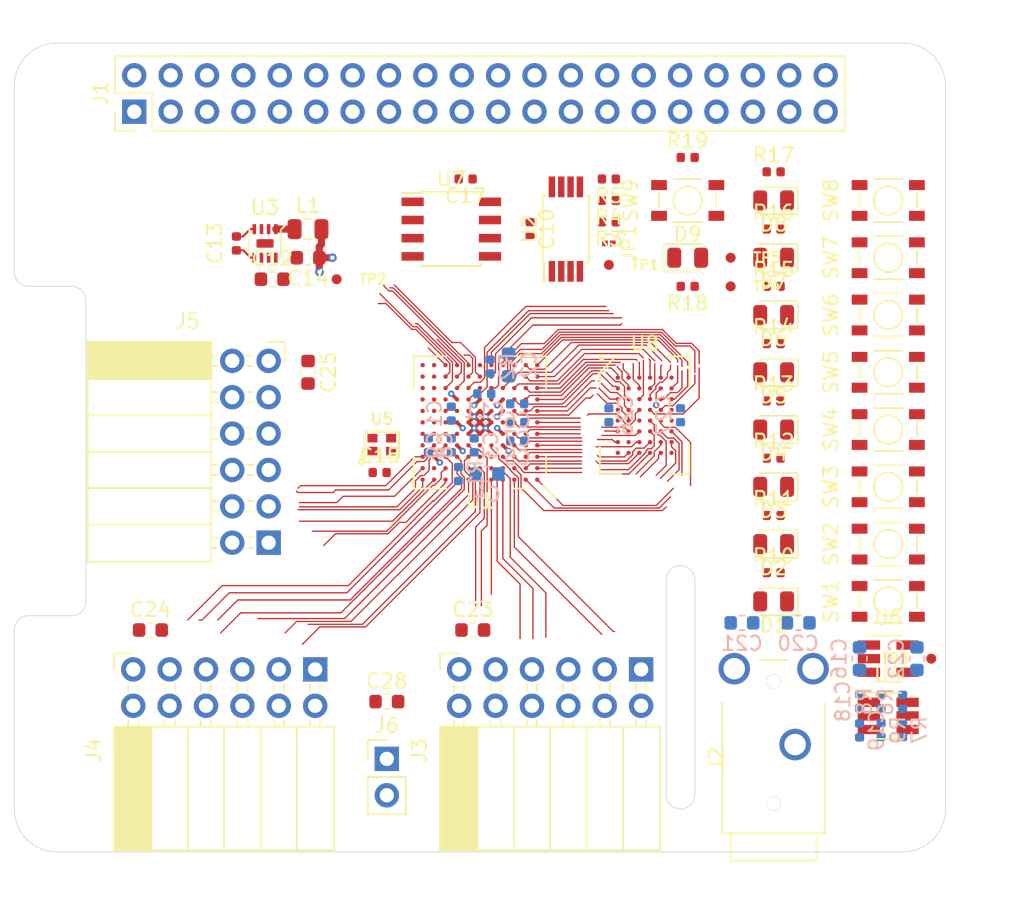
<source format=kicad_pcb>
(kicad_pcb (version 20171130) (host pcbnew 5.1.2+dfsg1-1)
  (layers (0 F.Cu signal) (1 In1.Cu power hide) (2 In2.Cu power) (31 B.Cu signal) (34 B.Paste user) (35 F.Paste user) (36 B.SilkS user hide) (37 F.SilkS user hide) (38 B.Mask user) (39 F.Mask user) (44 Edge.Cuts user))
  (net 0 "")
  (net 1 GND)
  (net 2 +1V2)
  (net 3 "Net-(C2-Pad2)")
  (net 4 "Net-(C2-Pad1)")
  (net 5 "Net-(C4-Pad2)")
  (net 6 "Net-(C4-Pad1)")
  (net 7 +3V3)
  (net 8 +5V)
  (net 9 "Net-(C13-Pad2)")
  (net 10 "Net-(C18-Pad1)")
  (net 11 "Net-(C19-Pad1)")
  (net 12 "Net-(C20-Pad1)")
  (net 13 "Net-(C21-Pad1)")
  (net 14 +3.3VDAC)
  (net 15 "Net-(D1-Pad1)")
  (net 16 /LED0)
  (net 17 /LED1)
  (net 18 "Net-(D2-Pad1)")
  (net 19 "Net-(D3-Pad1)")
  (net 20 /LED2)
  (net 21 /LED3)
  (net 22 "Net-(D4-Pad1)")
  (net 23 /LED4)
  (net 24 "Net-(D5-Pad1)")
  (net 25 "Net-(D6-Pad1)")
  (net 26 /LED5)
  (net 27 /LED6)
  (net 28 "Net-(D7-Pad1)")
  (net 29 "Net-(D8-Pad1)")
  (net 30 /LED7)
  (net 31 /GP13_FPGA_CDONE)
  (net 32 "Net-(J1-Pad3)")
  (net 33 "Net-(J1-Pad5)")
  (net 34 "Net-(J1-Pad7)")
  (net 35 /GP14_UART_TXD)
  (net 36 /GP15_UART_RXD)
  (net 37 "Net-(J1-Pad11)")
  (net 38 "Net-(J1-Pad12)")
  (net 39 /GP27_SDIO_DAT3)
  (net 40 /GP22_SDIO_CLK)
  (net 41 /GP23_SDIO_CMD)
  (net 42 /GP24_SDIO_DAT0)
  (net 43 /GP10_SPI_MOSI)
  (net 44 /GP9_SPI_MISO)
  (net 45 /GP25_SDIO_DAT1)
  (net 46 /GP11_SPI_SCK)
  (net 47 /GP8_SPI_~CS)
  (net 48 "Net-(J1-Pad26)")
  (net 49 /ID_SD)
  (net 50 /ID_SC)
  (net 51 "Net-(J1-Pad29)")
  (net 52 "Net-(J1-Pad31)")
  (net 53 /GP12_FPGA_~RST)
  (net 54 "Net-(J1-Pad35)")
  (net 55 "Net-(J1-Pad36)")
  (net 56 /GP26_SDIO_DAT2)
  (net 57 "Net-(J1-Pad38)")
  (net 58 "Net-(J1-Pad40)")
  (net 59 /IO0_0)
  (net 60 /IO0_1)
  (net 61 /IO0_2)
  (net 62 /IO0_3)
  (net 63 /IO0_4)
  (net 64 /IO0_5)
  (net 65 /IO0_6)
  (net 66 /IO0_7)
  (net 67 /IO1_7)
  (net 68 /IO1_6)
  (net 69 /IO1_5)
  (net 70 /IO1_4)
  (net 71 /IO1_3)
  (net 72 /IO1_2)
  (net 73 /IO1_1)
  (net 74 /IO1_0)
  (net 75 /IO2_0)
  (net 76 /IO2_1)
  (net 77 /IO2_2)
  (net 78 /IO2_3)
  (net 79 /IO2_4)
  (net 80 /IO2_5)
  (net 81 /IO2_6)
  (net 82 /IO2_7)
  (net 83 "Net-(JP1-Pad1)")
  (net 84 "Net-(L1-Pad1)")
  (net 85 "Net-(R6-Pad2)")
  (net 86 "Net-(R7-Pad2)")
  (net 87 /SW0)
  (net 88 /SW1)
  (net 89 /SW2)
  (net 90 /SW3)
  (net 91 /SW4)
  (net 92 /SW5)
  (net 93 /SW6)
  (net 94 /SW7)
  (net 95 /SRAM_DQ0)
  (net 96 /SRAM_DQ5)
  (net 97 /SRAM_DQ7)
  (net 98 /SRAM_DQ6)
  (net 99 /SRAM_DQ12)
  (net 100 /SRAM_A9)
  (net 101 /SRAM_A2)
  (net 102 /SRAM_A4)
  (net 103 /SRAM_A5)
  (net 104 /SRAM_A10)
  (net 105 /SRAM_DQ1)
  (net 106 /SRAM_DQ4)
  (net 107 /SRAM_DQ8)
  (net 108 /SRAM_DQ10)
  (net 109 /SRAM_DQ13)
  (net 110 /SRAM_DQ15)
  (net 111 /SRAM_A3)
  (net 112 /SRAM_A7)
  (net 113 /SRAM_A6)
  (net 114 /SRAM_A12)
  (net 115 /SRAM_DQ3)
  (net 116 /SRAM_DQ9)
  (net 117 /SRAM_DQ11)
  (net 118 /SRAM_A8)
  (net 119 /SRAM_A0)
  (net 120 /SRAM_A1)
  (net 121 /SRAM_A11)
  (net 122 /SRAM_A13)
  (net 123 /SRAM_A15)
  (net 124 /SRAM_DQ2)
  (net 125 /SRAM_DQ14)
  (net 126 /SRAM_A14)
  (net 127 /SRAM_A17)
  (net 128 /SRAM_A16)
  (net 129 /SRAM_~WE)
  (net 130 /SRAM_~OE)
  (net 131 /SRAM_~LB)
  (net 132 /SRAM_~UB)
  (net 133 /AUDIO_R_PWM)
  (net 134 "Net-(U1-PadB10)")
  (net 135 /CLK_OSC)
  (net 136 /AUDIO_L_PWM)
  (module Capacitor_SMD:C_0402_1005Metric (layer B.Cu) (at 128.9 108.1 90)
    (fp_text reference C8 (at 0 1.17 90) (layer B.SilkS) (effects (justify mirror)))
    (fp_text value 100n)
    (pad 2 smd roundrect (at 0.485 0 90) (size 0.59 0.64) (layers B.Cu B.Paste B.Mask) (net 1 GND))
    (pad 1 smd roundrect (at -0.485 0 90) (size 0.59 0.64) (layers B.Cu B.Paste B.Mask) (net 7 +3V3))
  )
  (module fpga_hat:BGA-121_11x11_9.0x9.0mm (layer F.Cu) (at 132.5 106.5 180)
    (fp_text reference U1 (at 0 -5.5) (layer F.SilkS))
    (fp_text value iCE40-HX8k-BG121)
    (pad A1 smd circle (at -4 -4 180) (size 0.3 0.3) (layers F.Cu F.Paste F.Mask) (net 79 /IO2_4))
    (pad B1 smd circle (at -4 -3.2 180) (size 0.3 0.3) (layers F.Cu F.Paste F.Mask) (net 95 /SRAM_DQ0))
    (pad C1 smd circle (at -4 -2.4 180) (size 0.3 0.3) (layers F.Cu F.Paste F.Mask) (net 96 /SRAM_DQ5))
    (pad D1 smd circle (at -4 -1.6 180) (size 0.3 0.3) (layers F.Cu F.Paste F.Mask) (net 97 /SRAM_DQ7))
    (pad E1 smd circle (at -4 -0.8 180) (size 0.3 0.3) (layers F.Cu F.Paste F.Mask) (net 98 /SRAM_DQ6))
    (pad F1 smd circle (at -4 0 180) (size 0.3 0.3) (layers F.Cu F.Paste F.Mask) (net 119 /SRAM_A0))
    (pad G1 smd circle (at -4 0.8 180) (size 0.3 0.3) (layers F.Cu F.Paste F.Mask) (net 117 /SRAM_DQ11))
    (pad H1 smd circle (at -4 1.6 180) (size 0.3 0.3) (layers F.Cu F.Paste F.Mask) (net 101 /SRAM_A2))
    (pad J1 smd circle (at -4 2.4 180) (size 0.3 0.3) (layers F.Cu F.Paste F.Mask) (net 102 /SRAM_A4))
    (pad K1 smd circle (at -4 3.2 180) (size 0.3 0.3) (layers F.Cu F.Paste F.Mask) (net 103 /SRAM_A5))
    (pad L1 smd circle (at -4 4 180) (size 0.3 0.3) (layers F.Cu F.Paste F.Mask) (net 104 /SRAM_A10))
    (pad A2 smd circle (at -3.2 -4 180) (size 0.3 0.3) (layers F.Cu F.Paste F.Mask) (net 77 /IO2_2))
    (pad B2 smd circle (at -3.2 -3.2 180) (size 0.3 0.3) (layers F.Cu F.Paste F.Mask) (net 105 /SRAM_DQ1))
    (pad C2 smd circle (at -3.2 -2.4 180) (size 0.3 0.3) (layers F.Cu F.Paste F.Mask) (net 106 /SRAM_DQ4))
    (pad D2 smd circle (at -3.2 -1.6 180) (size 0.3 0.3) (layers F.Cu F.Paste F.Mask) (net 107 /SRAM_DQ8))
    (pad E2 smd circle (at -3.2 -0.8 180) (size 0.3 0.3) (layers F.Cu F.Paste F.Mask) (net 108 /SRAM_DQ10))
    (pad F2 smd circle (at -3.2 0 180) (size 0.3 0.3) (layers F.Cu F.Paste F.Mask) (net 109 /SRAM_DQ13))
    (pad G2 smd circle (at -3.2 0.8 180) (size 0.3 0.3) (layers F.Cu F.Paste F.Mask) (net 110 /SRAM_DQ15))
    (pad H2 smd circle (at -3.2 1.6 180) (size 0.3 0.3) (layers F.Cu F.Paste F.Mask) (net 111 /SRAM_A3))
    (pad J2 smd circle (at -3.2 2.4 180) (size 0.3 0.3) (layers F.Cu F.Paste F.Mask) (net 112 /SRAM_A7))
    (pad K2 smd circle (at -3.2 3.2 180) (size 0.3 0.3) (layers F.Cu F.Paste F.Mask) (net 113 /SRAM_A6))
    (pad L2 smd circle (at -3.2 4 180) (size 0.3 0.3) (layers F.Cu F.Paste F.Mask) (net 114 /SRAM_A12))
    (pad A3 smd circle (at -2.4 -4 180) (size 0.3 0.3) (layers F.Cu F.Paste F.Mask) (net 78 /IO2_3))
    (pad B3 smd circle (at -2.4 -3.2 180) (size 0.3 0.3) (layers F.Cu F.Paste F.Mask) (net 76 /IO2_1))
    (pad C3 smd circle (at -2.4 -2.4 180) (size 0.3 0.3) (layers F.Cu F.Paste F.Mask) (net 115 /SRAM_DQ3))
    (pad D3 smd circle (at -2.4 -1.6 180) (size 0.3 0.3) (layers F.Cu F.Paste F.Mask) (net 116 /SRAM_DQ9))
    (pad E3 smd circle (at -2.4 -0.8 180) (size 0.3 0.3) (layers F.Cu F.Paste F.Mask) (net 100 /SRAM_A9))
    (pad F3 smd circle (at -2.4 0 180) (size 0.3 0.3) (layers F.Cu F.Paste F.Mask) (net 118 /SRAM_A8))
    (pad G3 smd circle (at -2.4 0.8 180) (size 0.3 0.3) (layers F.Cu F.Paste F.Mask) (net 99 /SRAM_DQ12))
    (pad H3 smd circle (at -2.4 1.6 180) (size 0.3 0.3) (layers F.Cu F.Paste F.Mask) (net 120 /SRAM_A1))
    (pad J3 smd circle (at -2.4 2.4 180) (size 0.3 0.3) (layers F.Cu F.Paste F.Mask) (net 121 /SRAM_A11))
    (pad K3 smd circle (at -2.4 3.2 180) (size 0.3 0.3) (layers F.Cu F.Paste F.Mask) (net 122 /SRAM_A13))
    (pad L3 smd circle (at -2.4 4 180) (size 0.3 0.3) (layers F.Cu F.Paste F.Mask) (net 123 /SRAM_A15))
    (pad A4 smd circle (at -1.6 -4 180) (size 0.3 0.3) (layers F.Cu F.Paste F.Mask) (net 68 /IO1_6))
    (pad B4 smd circle (at -1.6 -3.2 180) (size 0.3 0.3) (layers F.Cu F.Paste F.Mask) (net 75 /IO2_0))
    (pad C4 smd circle (at -1.6 -2.4 180) (size 0.3 0.3) (layers F.Cu F.Paste F.Mask) (net 124 /SRAM_DQ2))
    (pad D4 smd circle (at -1.6 -1.6 180) (size 0.3 0.3) (layers F.Cu F.Paste F.Mask) (net 2 +1V2))
    (pad E4 smd circle (at -1.6 -0.8 180) (size 0.3 0.3) (layers F.Cu F.Paste F.Mask) (net 7 +3V3))
    (pad F4 smd circle (at -1.6 0 180) (size 0.3 0.3) (layers F.Cu F.Paste F.Mask) (net 125 /SRAM_DQ14))
    (pad G4 smd circle (at -1.6 0.8 180) (size 0.3 0.3) (layers F.Cu F.Paste F.Mask) (net 7 +3V3))
    (pad H4 smd circle (at -1.6 1.6 180) (size 0.3 0.3) (layers F.Cu F.Paste F.Mask) (net 2 +1V2))
    (pad J4 smd circle (at -1.6 2.4 180) (size 0.3 0.3) (layers F.Cu F.Paste F.Mask) (net 126 /SRAM_A14))
    (pad K4 smd circle (at -1.6 3.2 180) (size 0.3 0.3) (layers F.Cu F.Paste F.Mask) (net 127 /SRAM_A17))
    (pad L4 smd circle (at -1.6 4 180) (size 0.3 0.3) (layers F.Cu F.Paste F.Mask) (net 128 /SRAM_A16))
    (pad A5 smd circle (at -0.8 -4 180) (size 0.3 0.3) (layers F.Cu F.Paste F.Mask) (net 70 /IO1_4))
    (pad B5 smd circle (at -0.8 -3.2 180) (size 0.3 0.3) (layers F.Cu F.Paste F.Mask) (net 69 /IO1_5))
    (pad C5 smd circle (at -0.8 -2.4 180) (size 0.3 0.3) (layers F.Cu F.Paste F.Mask) (net 5 "Net-(C4-Pad2)"))
    (pad D5 smd circle (at -0.8 -1.6 180) (size 0.3 0.3) (layers F.Cu F.Paste F.Mask) (net 67 /IO1_7))
    (pad E5 smd circle (at -0.8 -0.8 180) (size 0.3 0.3) (layers F.Cu F.Paste F.Mask) (net 1 GND))
    (pad F5 smd circle (at -0.8 0 180) (size 0.3 0.3) (layers F.Cu F.Paste F.Mask) (net 1 GND))
    (pad G5 smd circle (at -0.8 0.8 180) (size 0.3 0.3) (layers F.Cu F.Paste F.Mask) (net 1 GND))
    (pad H5 smd circle (at -0.8 1.6 180) (size 0.3 0.3) (layers F.Cu F.Paste F.Mask) (net 1 GND))
    (pad J5 smd circle (at -0.8 2.4 180) (size 0.3 0.3) (layers F.Cu F.Paste F.Mask) (net 129 /SRAM_~WE))
    (pad K5 smd circle (at -0.8 3.2 180) (size 0.3 0.3) (layers F.Cu F.Paste F.Mask) (net 130 /SRAM_~OE))
    (pad L5 smd circle (at -0.8 4 180) (size 0.3 0.3) (layers F.Cu F.Paste F.Mask) (net 56 /GP26_SDIO_DAT2))
    (pad A6 smd circle (at 0 -4 180) (size 0.3 0.3) (layers F.Cu F.Paste F.Mask) (net 71 /IO1_3))
    (pad B6 smd circle (at 0 -3.2 180) (size 0.3 0.3) (layers F.Cu F.Paste F.Mask) (net 81 /IO2_6))
    (pad C6 smd circle (at 0 -2.4 180) (size 0.3 0.3) (layers F.Cu F.Paste F.Mask) (net 6 "Net-(C4-Pad1)"))
    (pad D6 smd circle (at 0 -1.6 180) (size 0.3 0.3) (layers F.Cu F.Paste F.Mask) (net 7 +3V3))
    (pad E6 smd circle (at 0 -0.8 180) (size 0.3 0.3) (layers F.Cu F.Paste F.Mask) (net 1 GND))
    (pad F6 smd circle (at 0 0 180) (size 0.3 0.3) (layers F.Cu F.Paste F.Mask) (net 1 GND))
    (pad G6 smd circle (at 0 0.8 180) (size 0.3 0.3) (layers F.Cu F.Paste F.Mask) (net 1 GND))
    (pad H6 smd circle (at 0 1.6 180) (size 0.3 0.3) (layers F.Cu F.Paste F.Mask) (net 7 +3V3))
    (pad J6 smd circle (at 0 2.4 180) (size 0.3 0.3) (layers F.Cu F.Paste F.Mask) (net 4 "Net-(C2-Pad1)"))
    (pad K6 smd circle (at 0 3.2 180) (size 0.3 0.3) (layers F.Cu F.Paste F.Mask) (net 39 /GP27_SDIO_DAT3))
    (pad L6 smd circle (at 0 4 180) (size 0.3 0.3) (layers F.Cu F.Paste F.Mask) (net 3 "Net-(C2-Pad2)"))
    (pad A7 smd circle (at 0.8 -4 180) (size 0.3 0.3) (layers F.Cu F.Paste F.Mask) (net 72 /IO1_2))
    (pad B7 smd circle (at 0.8 -3.2 180) (size 0.3 0.3) (layers F.Cu F.Paste F.Mask) (net 80 /IO2_5))
    (pad C7 smd circle (at 0.8 -2.4 180) (size 0.3 0.3) (layers F.Cu F.Paste F.Mask) (net 73 /IO1_1))
    (pad D7 smd circle (at 0.8 -1.6 180) (size 0.3 0.3) (layers F.Cu F.Paste F.Mask) (net 66 /IO0_7))
    (pad E7 smd circle (at 0.8 -0.8 180) (size 0.3 0.3) (layers F.Cu F.Paste F.Mask) (net 1 GND))
    (pad F7 smd circle (at 0.8 0 180) (size 0.3 0.3) (layers F.Cu F.Paste F.Mask) (net 1 GND))
    (pad G7 smd circle (at 0.8 0.8 180) (size 0.3 0.3) (layers F.Cu F.Paste F.Mask) (net 1 GND))
    (pad H7 smd circle (at 0.8 1.6 180) (size 0.3 0.3) (layers F.Cu F.Paste F.Mask) (net 131 /SRAM_~LB))
    (pad J7 smd circle (at 0.8 2.4 180) (size 0.3 0.3) (layers F.Cu F.Paste F.Mask) (net 132 /SRAM_~UB))
    (pad K7 smd circle (at 0.8 3.2 180) (size 0.3 0.3) (layers F.Cu F.Paste F.Mask) (net 133 /AUDIO_R_PWM))
    (pad L7 smd circle (at 0.8 4 180) (size 0.3 0.3) (layers F.Cu F.Paste F.Mask) (net 41 /GP23_SDIO_CMD))
    (pad A8 smd circle (at 1.6 -4 180) (size 0.3 0.3) (layers F.Cu F.Paste F.Mask) (net 74 /IO1_0))
    (pad B8 smd circle (at 1.6 -3.2 180) (size 0.3 0.3) (layers F.Cu F.Paste F.Mask) (net 63 /IO0_4))
    (pad C8 smd circle (at 1.6 -2.4 180) (size 0.3 0.3) (layers F.Cu F.Paste F.Mask) (net 65 /IO0_6))
    (pad D8 smd circle (at 1.6 -1.6 180) (size 0.3 0.3) (layers F.Cu F.Paste F.Mask) (net 2 +1V2))
    (pad E8 smd circle (at 1.6 -0.8 180) (size 0.3 0.3) (layers F.Cu F.Paste F.Mask) (net 90 /SW3))
    (pad F8 smd circle (at 1.6 0 180) (size 0.3 0.3) (layers F.Cu F.Paste F.Mask) (net 7 +3V3))
    (pad G8 smd circle (at 1.6 0.8 180) (size 0.3 0.3) (layers F.Cu F.Paste F.Mask) (net 21 /LED3))
    (pad H8 smd circle (at 1.6 1.6 180) (size 0.3 0.3) (layers F.Cu F.Paste F.Mask) (net 2 +1V2))
    (pad J8 smd circle (at 1.6 2.4 180) (size 0.3 0.3) (layers F.Cu F.Paste F.Mask) (net 40 /GP22_SDIO_CLK))
    (pad K8 smd circle (at 1.6 3.2 180) (size 0.3 0.3) (layers F.Cu F.Paste F.Mask) (net 31 /GP13_FPGA_CDONE))
    (pad L8 smd circle (at 1.6 4 180) (size 0.3 0.3) (layers F.Cu F.Paste F.Mask) (net 42 /GP24_SDIO_DAT0))
    (pad A9 smd circle (at 2.4 -4 180) (size 0.3 0.3) (layers F.Cu F.Paste F.Mask) (net 64 /IO0_5))
    (pad B9 smd circle (at 2.4 -3.2 180) (size 0.3 0.3) (layers F.Cu F.Paste F.Mask) (net 62 /IO0_3))
    (pad C9 smd circle (at 2.4 -2.4 180) (size 0.3 0.3) (layers F.Cu F.Paste F.Mask) (net 61 /IO0_2))
    (pad D9 smd circle (at 2.4 -1.6 180) (size 0.3 0.3) (layers F.Cu F.Paste F.Mask) (net 91 /SW4))
    (pad E9 smd circle (at 2.4 -0.8 180) (size 0.3 0.3) (layers F.Cu F.Paste F.Mask) (net 89 /SW2))
    (pad F9 smd circle (at 2.4 0 180) (size 0.3 0.3) (layers F.Cu F.Paste F.Mask) (net 88 /SW1))
    (pad G9 smd circle (at 2.4 0.8 180) (size 0.3 0.3) (layers F.Cu F.Paste F.Mask) (net 27 /LED6))
    (pad H9 smd circle (at 2.4 1.6 180) (size 0.3 0.3) (layers F.Cu F.Paste F.Mask) (net 45 /GP25_SDIO_DAT1))
    (pad J9 smd circle (at 2.4 2.4 180) (size 0.3 0.3) (layers F.Cu F.Paste F.Mask) (net 44 /GP9_SPI_MISO))
    (pad K9 smd circle (at 2.4 3.2 180) (size 0.3 0.3) (layers F.Cu F.Paste F.Mask) (net 43 /GP10_SPI_MOSI))
    (pad L9 smd circle (at 2.4 4 180) (size 0.3 0.3) (layers F.Cu F.Paste F.Mask) (net 53 /GP12_FPGA_~RST))
    (pad A10 smd circle (at 3.2 -4 180) (size 0.3 0.3) (layers F.Cu F.Paste F.Mask) (net 60 /IO0_1))
    (pad B10 smd circle (at 3.2 -3.2 180) (size 0.3 0.3) (layers F.Cu F.Paste F.Mask) (net 134 "Net-(U1-PadB10)"))
    (pad C10 smd circle (at 3.2 -2.4 180) (size 0.3 0.3) (layers F.Cu F.Paste F.Mask) (net 7 +3V3))
    (pad D10 smd circle (at 3.2 -1.6 180) (size 0.3 0.3) (layers F.Cu F.Paste F.Mask) (net 94 /SW7))
    (pad E10 smd circle (at 3.2 -0.8 180) (size 0.3 0.3) (layers F.Cu F.Paste F.Mask) (net 135 /CLK_OSC))
    (pad F10 smd circle (at 3.2 0 180) (size 0.3 0.3) (layers F.Cu F.Paste F.Mask) (net 87 /SW0))
    (pad G10 smd circle (at 3.2 0.8 180) (size 0.3 0.3) (layers F.Cu F.Paste F.Mask) (net 26 /LED5))
    (pad H10 smd circle (at 3.2 1.6 180) (size 0.3 0.3) (layers F.Cu F.Paste F.Mask) (net 17 /LED1))
    (pad J10 smd circle (at 3.2 2.4 180) (size 0.3 0.3) (layers F.Cu F.Paste F.Mask) (net 20 /LED2))
    (pad K10 smd circle (at 3.2 3.2 180) (size 0.3 0.3) (layers F.Cu F.Paste F.Mask) (net 47 /GP8_SPI_~CS))
    (pad L10 smd circle (at 3.2 4 180) (size 0.3 0.3) (layers F.Cu F.Paste F.Mask) (net 46 /GP11_SPI_SCK))
    (pad A11 smd circle (at 4 -4 180) (size 0.3 0.3) (layers F.Cu F.Paste F.Mask) (net 59 /IO0_0))
    (pad B11 smd circle (at 4 -3.2 180) (size 0.3 0.3) (layers F.Cu F.Paste F.Mask) (net 36 /GP15_UART_RXD))
    (pad C11 smd circle (at 4 -2.4 180) (size 0.3 0.3) (layers F.Cu F.Paste F.Mask) (net 35 /GP14_UART_TXD))
    (pad D11 smd circle (at 4 -1.6 180) (size 0.3 0.3) (layers F.Cu F.Paste F.Mask) (net 93 /SW6))
    (pad E11 smd circle (at 4 -0.8 180) (size 0.3 0.3) (layers F.Cu F.Paste F.Mask) (net 92 /SW5))
    (pad F11 smd circle (at 4 0 180) (size 0.3 0.3) (layers F.Cu F.Paste F.Mask) (net 136 /AUDIO_L_PWM))
    (pad G11 smd circle (at 4 0.8 180) (size 0.3 0.3) (layers F.Cu F.Paste F.Mask) (net 30 /LED7))
    (pad H11 smd circle (at 4 1.6 180) (size 0.3 0.3) (layers F.Cu F.Paste F.Mask) (net 23 /LED4))
    (pad J11 smd circle (at 4 2.4 180) (size 0.3 0.3) (layers F.Cu F.Paste F.Mask) (net 82 /IO2_7))
    (pad K11 smd circle (at 4 3.2 180) (size 0.3 0.3) (layers F.Cu F.Paste F.Mask) (net 16 /LED0))
    (pad L11 smd circle (at 4 4 180) (size 0.3 0.3) (layers F.Cu F.Paste F.Mask) (net 7 +3V3))
  )
  (module fpga_hat:MOUNTHOLE_M2.5 (layer F.Cu) (at 161.5 83.5)
    (fp_text reference REF** hide)
    (fp_text value MOUNTHOLE_M2.5 hide)
    (pad "" np_thru_hole circle (at 0 0) (size 2.75 2.75) (drill 2.75) (layers *.Cu *.Mask) (thermal_gap 1.9))
  )
  (module fpga_hat:MOUNTHOLE_M2.5 (layer F.Cu) (at 161.5 133)
    (fp_text reference REF** hide)
    (fp_text value MOUNTHOLE_M2.5 hide)
    (pad "" np_thru_hole circle (at 0 0) (size 2.75 2.75) (drill 2.75) (layers *.Cu *.Mask) (thermal_gap 1.9))
  )
  (module fpga_hat:MOUNTHOLE_M2.5 (layer F.Cu) (at 103.5 133)
    (fp_text reference REF** hide)
    (fp_text value MOUNTHOLE_M2.5 hide)
    (pad "" np_thru_hole circle (at 0 0) (size 2.75 2.75) (drill 2.75) (layers *.Cu *.Mask) (thermal_gap 1.9))
  )
  (module fpga_hat:MOUNTHOLE_M2.5 (layer F.Cu) (at 103.5 83.5)
    (fp_text reference REF** hide)
    (fp_text value MOUNTHOLE_M2.5 hide)
    (pad "" np_thru_hole circle (at 0 0) (size 2.75 2.75) (drill 2.75) (layers *.Cu *.Mask) (thermal_gap 1.9))
  )
  (module Capacitor_SMD:C_0402_1005Metric (layer B.Cu) (at 130.5 105.885 270)
    (fp_text reference C1 (at 0 1.17 90) (layer B.SilkS) (effects (justify mirror)))
    (fp_text value 100n)
    (pad 2 smd roundrect (at 0.485 0 270) (size 0.59 0.64) (layers B.Cu B.Paste B.Mask) (net 1 GND))
    (pad 1 smd roundrect (at -0.485 0 270) (size 0.59 0.64) (layers B.Cu B.Paste B.Mask) (net 2 +1V2))
  )
  (module Capacitor_SMD:C_0603_1608Metric (layer B.Cu) (at 134.5 102.4875 90)
    (fp_text reference C2 (at 0 1.43 90) (layer B.SilkS) (effects (justify mirror)))
    (fp_text value 4u7)
    (pad 2 smd roundrect (at 0.7875 0 90) (size 0.875 0.95) (layers B.Cu B.Paste B.Mask) (net 3 "Net-(C2-Pad2)"))
    (pad 1 smd roundrect (at -0.7875 0 90) (size 0.875 0.95) (layers B.Cu B.Paste B.Mask) (net 4 "Net-(C2-Pad1)"))
  )
  (module Capacitor_SMD:C_0402_1005Metric (layer B.Cu) (at 132.1 108.1 90)
    (fp_text reference C3 (at 0 1.17 90) (layer B.SilkS) (effects (justify mirror)))
    (fp_text value 100n)
    (pad 1 smd roundrect (at -0.485 0 90) (size 0.59 0.64) (layers B.Cu B.Paste B.Mask) (net 2 +1V2))
    (pad 2 smd roundrect (at 0.485 0 90) (size 0.59 0.64) (layers B.Cu B.Paste B.Mask) (net 1 GND))
  )
  (module Capacitor_SMD:C_0603_1608Metric (layer B.Cu) (at 133 110.1)
    (fp_text reference C4 (at 0 1.43) (layer B.SilkS) (effects (justify mirror)))
    (fp_text value 4u7)
    (pad 1 smd roundrect (at -0.7875 0) (size 0.875 0.95) (layers B.Cu B.Paste B.Mask) (net 6 "Net-(C4-Pad1)"))
    (pad 2 smd roundrect (at 0.7875 0) (size 0.875 0.95) (layers B.Cu B.Paste B.Mask) (net 5 "Net-(C4-Pad2)"))
  )
  (module Capacitor_SMD:C_0402_1005Metric (layer B.Cu) (at 135.1 107.8)
    (fp_text reference C5 (at 0 1.17 180) (layer B.SilkS) (effects (justify mirror)))
    (fp_text value 100n)
    (pad 1 smd roundrect (at -0.485 0) (size 0.59 0.64) (layers B.Cu B.Paste B.Mask) (net 2 +1V2))
    (pad 2 smd roundrect (at 0.485 0) (size 0.59 0.64) (layers B.Cu B.Paste B.Mask) (net 1 GND))
  )
  (module Capacitor_SMD:C_0402_1005Metric (layer B.Cu) (at 135.1 105.2)
    (fp_text reference C6 (at 0 1.17) (layer B.SilkS) (effects (justify mirror)))
    (fp_text value 100n)
    (pad 2 smd roundrect (at 0.485 0) (size 0.59 0.64) (layers B.Cu B.Paste B.Mask) (net 1 GND))
    (pad 1 smd roundrect (at -0.485 0) (size 0.59 0.64) (layers B.Cu B.Paste B.Mask) (net 2 +1V2))
  )
  (module Capacitor_SMD:C_0402_1005Metric (layer B.Cu) (at 135.115 106.5)
    (fp_text reference C7 (at 0 1.17 180) (layer B.SilkS) (effects (justify mirror)))
    (fp_text value 100n)
    (pad 2 smd roundrect (at 0.485 0) (size 0.59 0.64) (layers B.Cu B.Paste B.Mask) (net 1 GND))
    (pad 1 smd roundrect (at -0.485 0) (size 0.59 0.64) (layers B.Cu B.Paste B.Mask) (net 7 +3V3))
  )
  (module Capacitor_SMD:C_0402_1005Metric (layer B.Cu) (at 130.5 108.1 270)
    (fp_text reference C9 (at 0 1.17 90) (layer B.SilkS) (effects (justify mirror)))
    (fp_text value 100n)
    (pad 2 smd roundrect (at 0.485 0 270) (size 0.59 0.64) (layers B.Cu B.Paste B.Mask) (net 1 GND))
    (pad 1 smd roundrect (at -0.485 0 270) (size 0.59 0.64) (layers B.Cu B.Paste B.Mask) (net 7 +3V3))
  )
  (module Capacitor_SMD:C_0402_1005Metric (layer F.Cu) (at 136 93 270)
    (fp_text reference C10 (at 0 -1.17 90) (layer F.SilkS))
    (fp_text value 100n)
    (pad 2 smd roundrect (at 0.485 0 270) (size 0.59 0.64) (layers F.Cu F.Paste F.Mask) (net 1 GND))
    (pad 1 smd roundrect (at -0.485 0 270) (size 0.59 0.64) (layers F.Cu F.Paste F.Mask) (net 7 +3V3))
  )
  (module Capacitor_SMD:C_0402_1005Metric (layer B.Cu) (at 132.8 104.5)
    (fp_text reference C11 (at 0 1.17) (layer B.SilkS) (effects (justify mirror)))
    (fp_text value 100n)
    (pad 1 smd roundrect (at -0.485 0) (size 0.59 0.64) (layers B.Cu B.Paste B.Mask) (net 7 +3V3))
    (pad 2 smd roundrect (at 0.485 0) (size 0.59 0.64) (layers B.Cu B.Paste B.Mask) (net 1 GND))
  )
  (module Capacitor_SMD:C_0603_1608Metric (layer F.Cu) (at 118 96.5)
    (fp_text reference C12 (at 0 -1.43) (layer F.SilkS))
    (fp_text value 4u7)
    (pad 2 smd roundrect (at 0.7875 0) (size 0.875 0.95) (layers F.Cu F.Paste F.Mask) (net 1 GND))
    (pad 1 smd roundrect (at -0.7875 0) (size 0.875 0.95) (layers F.Cu F.Paste F.Mask) (net 8 +5V))
  )
  (module Capacitor_SMD:C_0402_1005Metric (layer F.Cu) (at 115.5 94 270)
    (fp_text reference C13 (at 0 1.5 90) (layer F.SilkS))
    (fp_text value 560p)
    (pad 1 smd roundrect (at -0.485 0 270) (size 0.59 0.64) (layers F.Cu F.Paste F.Mask) (net 2 +1V2))
    (pad 2 smd roundrect (at 0.485 0 270) (size 0.59 0.64) (layers F.Cu F.Paste F.Mask) (net 9 "Net-(C13-Pad2)"))
  )
  (module Capacitor_SMD:C_0603_1608Metric (layer F.Cu) (at 120.5 95 180)
    (fp_text reference C14 (at 0 -1.43) (layer F.SilkS))
    (fp_text value 4u7)
    (pad 2 smd roundrect (at 0.7875 0 180) (size 0.875 0.95) (layers F.Cu F.Paste F.Mask) (net 1 GND))
    (pad 1 smd roundrect (at -0.7875 0 180) (size 0.875 0.95) (layers F.Cu F.Paste F.Mask) (net 2 +1V2))
  )
  (module Capacitor_SMD:C_0402_1005Metric (layer F.Cu) (at 125.5 110)
    (fp_text reference C15 (at 0 -1.17) (layer F.SilkS))
    (fp_text value 100n)
    (pad 2 smd roundrect (at 0.485 0) (size 0.59 0.64) (layers F.Cu F.Paste F.Mask) (net 1 GND))
    (pad 1 smd roundrect (at -0.485 0) (size 0.59 0.64) (layers F.Cu F.Paste F.Mask) (net 7 +3V3))
  )
  (module Capacitor_SMD:C_0603_1608Metric (layer B.Cu) (at 159 123 270)
    (fp_text reference C16 (at 0 1.43 90) (layer B.SilkS) (effects (justify mirror)))
    (fp_text value 1u)
    (pad 1 smd roundrect (at -0.7875 0 270) (size 0.875 0.95) (layers B.Cu B.Paste B.Mask) (net 8 +5V))
    (pad 2 smd roundrect (at 0.7875 0 270) (size 0.875 0.95) (layers B.Cu B.Paste B.Mask) (net 1 GND))
  )
  (module Capacitor_SMD:C_0402_1005Metric (layer F.Cu) (at 131.5 89.5 180)
    (fp_text reference C17 (at 0 -1.17) (layer F.SilkS))
    (fp_text value 100n)
    (pad 1 smd roundrect (at -0.485 0 180) (size 0.59 0.64) (layers F.Cu F.Paste F.Mask) (net 7 +3V3))
    (pad 2 smd roundrect (at 0.485 0 180) (size 0.59 0.64) (layers F.Cu F.Paste F.Mask) (net 1 GND))
  )
  (module Capacitor_SMD:C_0402_1005Metric (layer B.Cu) (at 159 125.985 270)
    (fp_text reference C18 (at 0 1.17 90) (layer B.SilkS) (effects (justify mirror)))
    (fp_text value 100n)
    (pad 1 smd roundrect (at -0.485 0 270) (size 0.59 0.64) (layers B.Cu B.Paste B.Mask) (net 10 "Net-(C18-Pad1)"))
    (pad 2 smd roundrect (at 0.485 0 270) (size 0.59 0.64) (layers B.Cu B.Paste B.Mask) (net 1 GND))
  )
  (module Capacitor_SMD:C_0402_1005Metric (layer B.Cu) (at 159 128.015 90)
    (fp_text reference C19 (at 0 1.17 90) (layer B.SilkS) (effects (justify mirror)))
    (fp_text value 100n)
    (pad 1 smd roundrect (at -0.485 0 90) (size 0.59 0.64) (layers B.Cu B.Paste B.Mask) (net 11 "Net-(C19-Pad1)"))
    (pad 2 smd roundrect (at 0.485 0 90) (size 0.59 0.64) (layers B.Cu B.Paste B.Mask) (net 1 GND))
  )
  (module Capacitor_SMD:C_0603_1608Metric (layer B.Cu) (at 154.7125 120.5)
    (fp_text reference C20 (at 0 1.43) (layer B.SilkS) (effects (justify mirror)))
    (fp_text value 4u7)
    (pad 1 smd roundrect (at -0.7875 0) (size 0.875 0.95) (layers B.Cu B.Paste B.Mask) (net 12 "Net-(C20-Pad1)"))
    (pad 2 smd roundrect (at 0.7875 0) (size 0.875 0.95) (layers B.Cu B.Paste B.Mask) (net 10 "Net-(C18-Pad1)"))
  )
  (module Capacitor_SMD:C_0603_1608Metric (layer B.Cu) (at 150.7875 120.5)
    (fp_text reference C21 (at 0 1.43) (layer B.SilkS) (effects (justify mirror)))
    (fp_text value 4u7)
    (pad 1 smd roundrect (at -0.7875 0) (size 0.875 0.95) (layers B.Cu B.Paste B.Mask) (net 13 "Net-(C21-Pad1)"))
    (pad 2 smd roundrect (at 0.7875 0) (size 0.875 0.95) (layers B.Cu B.Paste B.Mask) (net 11 "Net-(C19-Pad1)"))
  )
  (module Capacitor_SMD:C_0603_1608Metric (layer B.Cu) (at 163 123 270)
    (fp_text reference C22 (at 0 1.43 90) (layer B.SilkS) (effects (justify mirror)))
    (fp_text value 1u)
    (pad 2 smd roundrect (at 0.7875 0 270) (size 0.875 0.95) (layers B.Cu B.Paste B.Mask) (net 1 GND))
    (pad 1 smd roundrect (at -0.7875 0 270) (size 0.875 0.95) (layers B.Cu B.Paste B.Mask) (net 14 +3.3VDAC))
  )
  (module Capacitor_SMD:C_0603_1608Metric (layer F.Cu) (at 132 121)
    (fp_text reference C23 (at 0 -1.43) (layer F.SilkS))
    (fp_text value 1u)
    (pad 2 smd roundrect (at 0.7875 0) (size 0.875 0.95) (layers F.Cu F.Paste F.Mask) (net 1 GND))
    (pad 1 smd roundrect (at -0.7875 0) (size 0.875 0.95) (layers F.Cu F.Paste F.Mask) (net 7 +3V3))
  )
  (module Capacitor_SMD:C_0603_1608Metric (layer F.Cu) (at 109.5 121)
    (fp_text reference C24 (at 0 -1.43) (layer F.SilkS))
    (fp_text value 1u)
    (pad 1 smd roundrect (at -0.7875 0) (size 0.875 0.95) (layers F.Cu F.Paste F.Mask) (net 7 +3V3))
    (pad 2 smd roundrect (at 0.7875 0) (size 0.875 0.95) (layers F.Cu F.Paste F.Mask) (net 1 GND))
  )
  (module Capacitor_SMD:C_0603_1608Metric (layer F.Cu) (at 120.5 103 270)
    (fp_text reference C25 (at 0 -1.43 90) (layer F.SilkS))
    (fp_text value 1u)
    (pad 2 smd roundrect (at 0.7875 0 270) (size 0.875 0.95) (layers F.Cu F.Paste F.Mask) (net 1 GND))
    (pad 1 smd roundrect (at -0.7875 0 270) (size 0.875 0.95) (layers F.Cu F.Paste F.Mask) (net 7 +3V3))
  )
  (module Capacitor_SMD:C_0402_1005Metric (layer B.Cu) (at 141.5 106 90)
    (fp_text reference C26 (at 0 1.17 270) (layer B.SilkS) (effects (justify mirror)))
    (fp_text value 100n)
    (pad 1 smd roundrect (at -0.485 0 90) (size 0.59 0.64) (layers B.Cu B.Paste B.Mask) (net 7 +3V3))
    (pad 2 smd roundrect (at 0.485 0 90) (size 0.59 0.64) (layers B.Cu B.Paste B.Mask) (net 1 GND))
  )
  (module Capacitor_SMD:C_0402_1005Metric (layer B.Cu) (at 146.5 106 270)
    (fp_text reference C27 (at 0 1.17 270) (layer B.SilkS) (effects (justify mirror)))
    (fp_text value 100n)
    (pad 2 smd roundrect (at 0.485 0 270) (size 0.59 0.64) (layers B.Cu B.Paste B.Mask) (net 1 GND))
    (pad 1 smd roundrect (at -0.485 0 270) (size 0.59 0.64) (layers B.Cu B.Paste B.Mask) (net 7 +3V3))
  )
  (module Capacitor_SMD:C_0603_1608Metric (layer F.Cu) (at 126 126)
    (fp_text reference C28 (at 0 -1.43) (layer F.SilkS))
    (fp_text value 1u)
    (pad 1 smd roundrect (at -0.7875 0) (size 0.875 0.95) (layers F.Cu F.Paste F.Mask) (net 8 +5V))
    (pad 2 smd roundrect (at 0.7875 0) (size 0.875 0.95) (layers F.Cu F.Paste F.Mask) (net 1 GND))
  )
  (module LED_SMD:LED_0805_2012Metric (layer F.Cu) (at 153 119 180)
    (fp_text reference D1 (at 0 -1.65) (layer F.SilkS))
    (fp_text value LED)
    (pad 1 smd roundrect (at -0.9375 0 180) (size 0.975 1.4) (layers F.Cu F.Paste F.Mask) (net 15 "Net-(D1-Pad1)"))
    (pad 2 smd roundrect (at 0.9375 0 180) (size 0.975 1.4) (layers F.Cu F.Paste F.Mask) (net 16 /LED0))
  )
  (module LED_SMD:LED_0805_2012Metric (layer F.Cu) (at 153 115 180)
    (fp_text reference D2 (at 0 -1.65) (layer F.SilkS))
    (fp_text value LED)
    (pad 1 smd roundrect (at -0.9375 0 180) (size 0.975 1.4) (layers F.Cu F.Paste F.Mask) (net 18 "Net-(D2-Pad1)"))
    (pad 2 smd roundrect (at 0.9375 0 180) (size 0.975 1.4) (layers F.Cu F.Paste F.Mask) (net 17 /LED1))
  )
  (module LED_SMD:LED_0805_2012Metric (layer F.Cu) (at 153 111 180)
    (fp_text reference D3 (at 0 -1.65) (layer F.SilkS))
    (fp_text value LED)
    (pad 2 smd roundrect (at 0.9375 0 180) (size 0.975 1.4) (layers F.Cu F.Paste F.Mask) (net 20 /LED2))
    (pad 1 smd roundrect (at -0.9375 0 180) (size 0.975 1.4) (layers F.Cu F.Paste F.Mask) (net 19 "Net-(D3-Pad1)"))
  )
  (module LED_SMD:LED_0805_2012Metric (layer F.Cu) (at 153 107 180)
    (fp_text reference D4 (at 0 -1.65) (layer F.SilkS))
    (fp_text value LED)
    (pad 1 smd roundrect (at -0.9375 0 180) (size 0.975 1.4) (layers F.Cu F.Paste F.Mask) (net 22 "Net-(D4-Pad1)"))
    (pad 2 smd roundrect (at 0.9375 0 180) (size 0.975 1.4) (layers F.Cu F.Paste F.Mask) (net 21 /LED3))
  )
  (module LED_SMD:LED_0805_2012Metric (layer F.Cu) (at 153 103 180)
    (fp_text reference D5 (at 0 -1.65) (layer F.SilkS))
    (fp_text value LED)
    (pad 2 smd roundrect (at 0.9375 0 180) (size 0.975 1.4) (layers F.Cu F.Paste F.Mask) (net 23 /LED4))
    (pad 1 smd roundrect (at -0.9375 0 180) (size 0.975 1.4) (layers F.Cu F.Paste F.Mask) (net 24 "Net-(D5-Pad1)"))
  )
  (module LED_SMD:LED_0805_2012Metric (layer F.Cu) (at 153 99 180)
    (fp_text reference D6 (at 0 -1.65) (layer F.SilkS))
    (fp_text value LED)
    (pad 1 smd roundrect (at -0.9375 0 180) (size 0.975 1.4) (layers F.Cu F.Paste F.Mask) (net 25 "Net-(D6-Pad1)"))
    (pad 2 smd roundrect (at 0.9375 0 180) (size 0.975 1.4) (layers F.Cu F.Paste F.Mask) (net 26 /LED5))
  )
  (module LED_SMD:LED_0805_2012Metric (layer F.Cu) (at 153 95 180)
    (fp_text reference D7 (at 0 -1.65) (layer F.SilkS))
    (fp_text value LED)
    (pad 2 smd roundrect (at 0.9375 0 180) (size 0.975 1.4) (layers F.Cu F.Paste F.Mask) (net 27 /LED6))
    (pad 1 smd roundrect (at -0.9375 0 180) (size 0.975 1.4) (layers F.Cu F.Paste F.Mask) (net 28 "Net-(D7-Pad1)"))
  )
  (module LED_SMD:LED_0805_2012Metric (layer F.Cu) (at 153 91 180)
    (fp_text reference D8 (at 0 -1.65) (layer F.SilkS))
    (fp_text value LED)
    (pad 1 smd roundrect (at -0.9375 0 180) (size 0.975 1.4) (layers F.Cu F.Paste F.Mask) (net 29 "Net-(D8-Pad1)"))
    (pad 2 smd roundrect (at 0.9375 0 180) (size 0.975 1.4) (layers F.Cu F.Paste F.Mask) (net 30 /LED7))
  )
  (module LED_SMD:LED_0805_2012Metric (layer F.Cu) (at 147 95)
    (fp_text reference D9 (at 0 -1.65) (layer F.SilkS))
    (fp_text value LED)
    (pad 2 smd roundrect (at 0.9375 0) (size 0.975 1.4) (layers F.Cu F.Paste F.Mask) (net 31 /GP13_FPGA_CDONE))
    (pad 1 smd roundrect (at -0.9375 0) (size 0.975 1.4) (layers F.Cu F.Paste F.Mask) (net 1 GND))
  )
  (module Connector_PinHeader_2.54mm:PinHeader_2x20_P2.54mm_Vertical (layer F.Cu) (at 108.37 84.8 90)
    (fp_text reference J1 (at 1.27 -2.33 90) (layer F.SilkS))
    (fp_text value 2x20)
    (pad 1 thru_hole rect (at 0 0 90) (size 1.7 1.7) (drill 1) (layers *.Cu *.Mask) (net 7 +3V3))
    (pad 2 thru_hole oval (at 2.54 0 90) (size 1.7 1.7) (drill 1) (layers *.Cu *.Mask) (net 8 +5V))
    (pad 3 thru_hole oval (at 0 2.54 90) (size 1.7 1.7) (drill 1) (layers *.Cu *.Mask) (net 32 "Net-(J1-Pad3)"))
    (pad 4 thru_hole oval (at 2.54 2.54 90) (size 1.7 1.7) (drill 1) (layers *.Cu *.Mask) (net 8 +5V))
    (pad 5 thru_hole oval (at 0 5.08 90) (size 1.7 1.7) (drill 1) (layers *.Cu *.Mask) (net 33 "Net-(J1-Pad5)"))
    (pad 6 thru_hole oval (at 2.54 5.08 90) (size 1.7 1.7) (drill 1) (layers *.Cu *.Mask) (net 1 GND))
    (pad 7 thru_hole oval (at 0 7.62 90) (size 1.7 1.7) (drill 1) (layers *.Cu *.Mask) (net 34 "Net-(J1-Pad7)"))
    (pad 8 thru_hole oval (at 2.54 7.62 90) (size 1.7 1.7) (drill 1) (layers *.Cu *.Mask) (net 35 /GP14_UART_TXD))
    (pad 9 thru_hole oval (at 0 10.16 90) (size 1.7 1.7) (drill 1) (layers *.Cu *.Mask) (net 1 GND))
    (pad 10 thru_hole oval (at 2.54 10.16 90) (size 1.7 1.7) (drill 1) (layers *.Cu *.Mask) (net 36 /GP15_UART_RXD))
    (pad 11 thru_hole oval (at 0 12.7 90) (size 1.7 1.7) (drill 1) (layers *.Cu *.Mask) (net 37 "Net-(J1-Pad11)"))
    (pad 12 thru_hole oval (at 2.54 12.7 90) (size 1.7 1.7) (drill 1) (layers *.Cu *.Mask) (net 38 "Net-(J1-Pad12)"))
    (pad 13 thru_hole oval (at 0 15.24 90) (size 1.7 1.7) (drill 1) (layers *.Cu *.Mask) (net 39 /GP27_SDIO_DAT3))
    (pad 14 thru_hole oval (at 2.54 15.24 90) (size 1.7 1.7) (drill 1) (layers *.Cu *.Mask) (net 1 GND))
    (pad 15 thru_hole oval (at 0 17.78 90) (size 1.7 1.7) (drill 1) (layers *.Cu *.Mask) (net 40 /GP22_SDIO_CLK))
    (pad 16 thru_hole oval (at 2.54 17.78 90) (size 1.7 1.7) (drill 1) (layers *.Cu *.Mask) (net 41 /GP23_SDIO_CMD))
    (pad 17 thru_hole oval (at 0 20.32 90) (size 1.7 1.7) (drill 1) (layers *.Cu *.Mask) (net 7 +3V3))
    (pad 18 thru_hole oval (at 2.54 20.32 90) (size 1.7 1.7) (drill 1) (layers *.Cu *.Mask) (net 42 /GP24_SDIO_DAT0))
    (pad 19 thru_hole oval (at 0 22.86 90) (size 1.7 1.7) (drill 1) (layers *.Cu *.Mask) (net 43 /GP10_SPI_MOSI))
    (pad 20 thru_hole oval (at 2.54 22.86 90) (size 1.7 1.7) (drill 1) (layers *.Cu *.Mask) (net 1 GND))
    (pad 21 thru_hole oval (at 0 25.4 90) (size 1.7 1.7) (drill 1) (layers *.Cu *.Mask) (net 44 /GP9_SPI_MISO))
    (pad 22 thru_hole oval (at 2.54 25.4 90) (size 1.7 1.7) (drill 1) (layers *.Cu *.Mask) (net 45 /GP25_SDIO_DAT1))
    (pad 23 thru_hole oval (at 0 27.94 90) (size 1.7 1.7) (drill 1) (layers *.Cu *.Mask) (net 46 /GP11_SPI_SCK))
    (pad 24 thru_hole oval (at 2.54 27.94 90) (size 1.7 1.7) (drill 1) (layers *.Cu *.Mask) (net 47 /GP8_SPI_~CS))
    (pad 25 thru_hole oval (at 0 30.48 90) (size 1.7 1.7) (drill 1) (layers *.Cu *.Mask) (net 1 GND))
    (pad 26 thru_hole oval (at 2.54 30.48 90) (size 1.7 1.7) (drill 1) (layers *.Cu *.Mask) (net 48 "Net-(J1-Pad26)"))
    (pad 27 thru_hole oval (at 0 33.02 90) (size 1.7 1.7) (drill 1) (layers *.Cu *.Mask) (net 49 /ID_SD))
    (pad 28 thru_hole oval (at 2.54 33.02 90) (size 1.7 1.7) (drill 1) (layers *.Cu *.Mask) (net 50 /ID_SC))
    (pad 29 thru_hole oval (at 0 35.56 90) (size 1.7 1.7) (drill 1) (layers *.Cu *.Mask) (net 51 "Net-(J1-Pad29)"))
    (pad 30 thru_hole oval (at 2.54 35.56 90) (size 1.7 1.7) (drill 1) (layers *.Cu *.Mask) (net 1 GND))
    (pad 31 thru_hole oval (at 0 38.1 90) (size 1.7 1.7) (drill 1) (layers *.Cu *.Mask) (net 52 "Net-(J1-Pad31)"))
    (pad 32 thru_hole oval (at 2.54 38.1 90) (size 1.7 1.7) (drill 1) (layers *.Cu *.Mask) (net 53 /GP12_FPGA_~RST))
    (pad 33 thru_hole oval (at 0 40.64 90) (size 1.7 1.7) (drill 1) (layers *.Cu *.Mask) (net 31 /GP13_FPGA_CDONE))
    (pad 34 thru_hole oval (at 2.54 40.64 90) (size 1.7 1.7) (drill 1) (layers *.Cu *.Mask) (net 1 GND))
    (pad 35 thru_hole oval (at 0 43.18 90) (size 1.7 1.7) (drill 1) (layers *.Cu *.Mask) (net 54 "Net-(J1-Pad35)"))
    (pad 36 thru_hole oval (at 2.54 43.18 90) (size 1.7 1.7) (drill 1) (layers *.Cu *.Mask) (net 55 "Net-(J1-Pad36)"))
    (pad 37 thru_hole oval (at 0 45.72 90) (size 1.7 1.7) (drill 1) (layers *.Cu *.Mask) (net 56 /GP26_SDIO_DAT2))
    (pad 38 thru_hole oval (at 2.54 45.72 90) (size 1.7 1.7) (drill 1) (layers *.Cu *.Mask) (net 57 "Net-(J1-Pad38)"))
    (pad 39 thru_hole oval (at 0 48.26 90) (size 1.7 1.7) (drill 1) (layers *.Cu *.Mask) (net 1 GND))
    (pad 40 thru_hole oval (at 2.54 48.26 90) (size 1.7 1.7) (drill 1) (layers *.Cu *.Mask) (net 58 "Net-(J1-Pad40)"))
  )
  (module fpga_hat:STX-3000_TRS_3.5mm (layer F.Cu) (at 153 129 90)
    (fp_text reference J2 (at -1 -4 90) (layer F.SilkS))
    (fp_text value AudioJack3)
    (pad ~ thru_hole circle (at -4.1 0 90) (size 1 1) (drill 1) (layers *.Cu *.Mask))
    (pad ~ thru_hole circle (at 4.4 0 90) (size 1 1) (drill 1) (layers *.Cu *.Mask))
    (pad S thru_hole circle (at 0 1.5 90) (size 2.2 2.2) (drill 1.5) (layers *.Cu *.Mask) (net 1 GND))
    (pad R thru_hole circle (at 5.3 -2.75 90) (size 2.2 2.2) (drill 1.5) (layers *.Cu *.Mask) (net 13 "Net-(C21-Pad1)"))
    (pad T thru_hole circle (at 5.3 2.75 90) (size 2.2 2.2) (drill 1.5) (layers *.Cu *.Mask) (net 12 "Net-(C20-Pad1)"))
  )
  (module fpga_hat:PinSocket_2x06_P2.54mm_Horizontal (layer F.Cu) (at 143.75 123.75 90)
    (fp_text reference J3 (at -5.65 -15.47 90) (layer F.SilkS))
    (fp_text value Conn_02x06_Top_Bottom)
    (pad 6 thru_hole circle (at 0 -12.7 90) (size 1.7 1.7) (drill 1) (layers *.Cu *.Mask) (net 7 +3V3))
    (pad 12 thru_hole oval (at -2.54 -12.7 90) (size 1.7 1.7) (drill 1) (layers *.Cu *.Mask) (net 7 +3V3))
    (pad 5 thru_hole oval (at 0 -10.16 90) (size 1.7 1.7) (drill 1) (layers *.Cu *.Mask) (net 1 GND))
    (pad 11 thru_hole oval (at -2.54 -10.16 90) (size 1.7 1.7) (drill 1) (layers *.Cu *.Mask) (net 1 GND))
    (pad 4 thru_hole oval (at 0 -7.62 90) (size 1.7 1.7) (drill 1) (layers *.Cu *.Mask) (net 62 /IO0_3))
    (pad 10 thru_hole oval (at -2.54 -7.62 90) (size 1.7 1.7) (drill 1) (layers *.Cu *.Mask) (net 66 /IO0_7))
    (pad 3 thru_hole oval (at 0 -5.08 90) (size 1.7 1.7) (drill 1) (layers *.Cu *.Mask) (net 61 /IO0_2))
    (pad 9 thru_hole oval (at -2.54 -5.08 90) (size 1.7 1.7) (drill 1) (layers *.Cu *.Mask) (net 65 /IO0_6))
    (pad 2 thru_hole oval (at 0 -2.54 90) (size 1.7 1.7) (drill 1) (layers *.Cu *.Mask) (net 60 /IO0_1))
    (pad 8 thru_hole oval (at -2.54 -2.54 90) (size 1.7 1.7) (drill 1) (layers *.Cu *.Mask) (net 64 /IO0_5))
    (pad 1 thru_hole rect (at 0 0 90) (size 1.7 1.7) (drill 1) (layers *.Cu *.Mask) (net 59 /IO0_0))
    (pad 7 thru_hole oval (at -2.54 0 90) (size 1.7 1.7) (drill 1) (layers *.Cu *.Mask) (net 63 /IO0_4))
  )
  (module fpga_hat:PinSocket_2x06_P2.54mm_Horizontal (layer F.Cu) (at 121 123.75 90)
    (fp_text reference J4 (at -5.65 -15.47 90) (layer F.SilkS))
    (fp_text value Conn_02x06_Top_Bottom)
    (pad 7 thru_hole oval (at -2.54 0 90) (size 1.7 1.7) (drill 1) (layers *.Cu *.Mask) (net 70 /IO1_4))
    (pad 1 thru_hole rect (at 0 0 90) (size 1.7 1.7) (drill 1) (layers *.Cu *.Mask) (net 74 /IO1_0))
    (pad 8 thru_hole oval (at -2.54 -2.54 90) (size 1.7 1.7) (drill 1) (layers *.Cu *.Mask) (net 69 /IO1_5))
    (pad 2 thru_hole oval (at 0 -2.54 90) (size 1.7 1.7) (drill 1) (layers *.Cu *.Mask) (net 73 /IO1_1))
    (pad 9 thru_hole oval (at -2.54 -5.08 90) (size 1.7 1.7) (drill 1) (layers *.Cu *.Mask) (net 68 /IO1_6))
    (pad 3 thru_hole oval (at 0 -5.08 90) (size 1.7 1.7) (drill 1) (layers *.Cu *.Mask) (net 72 /IO1_2))
    (pad 10 thru_hole oval (at -2.54 -7.62 90) (size 1.7 1.7) (drill 1) (layers *.Cu *.Mask) (net 67 /IO1_7))
    (pad 4 thru_hole oval (at 0 -7.62 90) (size 1.7 1.7) (drill 1) (layers *.Cu *.Mask) (net 71 /IO1_3))
    (pad 11 thru_hole oval (at -2.54 -10.16 90) (size 1.7 1.7) (drill 1) (layers *.Cu *.Mask) (net 1 GND))
    (pad 5 thru_hole oval (at 0 -10.16 90) (size 1.7 1.7) (drill 1) (layers *.Cu *.Mask) (net 1 GND))
    (pad 12 thru_hole oval (at -2.54 -12.7 90) (size 1.7 1.7) (drill 1) (layers *.Cu *.Mask) (net 7 +3V3))
    (pad 6 thru_hole circle (at 0 -12.7 90) (size 1.7 1.7) (drill 1) (layers *.Cu *.Mask) (net 7 +3V3))
  )
  (module fpga_hat:PinSocket_2x06_P2.54mm_Horizontal (layer F.Cu) (at 117.75 114.9)
    (fp_text reference J5 (at -5.65 -15.47) (layer F.SilkS))
    (fp_text value Conn_02x06_Top_Bottom)
    (pad 6 thru_hole circle (at 0 -12.7) (size 1.7 1.7) (drill 1) (layers *.Cu *.Mask) (net 7 +3V3))
    (pad 12 thru_hole oval (at -2.54 -12.7) (size 1.7 1.7) (drill 1) (layers *.Cu *.Mask) (net 7 +3V3))
    (pad 5 thru_hole oval (at 0 -10.16) (size 1.7 1.7) (drill 1) (layers *.Cu *.Mask) (net 1 GND))
    (pad 11 thru_hole oval (at -2.54 -10.16) (size 1.7 1.7) (drill 1) (layers *.Cu *.Mask) (net 1 GND))
    (pad 4 thru_hole oval (at 0 -7.62) (size 1.7 1.7) (drill 1) (layers *.Cu *.Mask) (net 78 /IO2_3))
    (pad 10 thru_hole oval (at -2.54 -7.62) (size 1.7 1.7) (drill 1) (layers *.Cu *.Mask) (net 82 /IO2_7))
    (pad 3 thru_hole oval (at 0 -5.08) (size 1.7 1.7) (drill 1) (layers *.Cu *.Mask) (net 77 /IO2_2))
    (pad 9 thru_hole oval (at -2.54 -5.08) (size 1.7 1.7) (drill 1) (layers *.Cu *.Mask) (net 81 /IO2_6))
    (pad 2 thru_hole oval (at 0 -2.54) (size 1.7 1.7) (drill 1) (layers *.Cu *.Mask) (net 76 /IO2_1))
    (pad 8 thru_hole oval (at -2.54 -2.54) (size 1.7 1.7) (drill 1) (layers *.Cu *.Mask) (net 80 /IO2_5))
    (pad 1 thru_hole rect (at 0 0) (size 1.7 1.7) (drill 1) (layers *.Cu *.Mask) (net 75 /IO2_0))
    (pad 7 thru_hole oval (at -2.54 0) (size 1.7 1.7) (drill 1) (layers *.Cu *.Mask) (net 79 /IO2_4))
  )
  (module Connector_PinHeader_2.54mm:PinHeader_1x02_P2.54mm_Vertical (layer F.Cu) (at 126 130)
    (fp_text reference J6 (at 0 -2.33) (layer F.SilkS))
    (fp_text value Conn_01x02)
    (pad 1 thru_hole rect (at 0 0) (size 1.7 1.7) (drill 1) (layers *.Cu *.Mask) (net 8 +5V))
    (pad 2 thru_hole oval (at 0 2.54) (size 1.7 1.7) (drill 1) (layers *.Cu *.Mask) (net 1 GND))
  )
  (module fpga_hat:SOLDER_JUMP (layer F.Cu) (at 141.5 94 90)
    (fp_text reference JP1 (at 0 1.4 90) (layer F.SilkS))
    (fp_text value "Solder jumper")
    (pad 1 smd rect (at 0 -0.275 90) (size 0.4 0.4) (layers F.Cu F.Paste F.Mask) (net 83 "Net-(JP1-Pad1)"))
    (pad 2 smd rect (at 0 0.275 90) (size 0.4 0.4) (layers F.Cu F.Paste F.Mask) (net 1 GND))
  )
  (module Inductor_SMD:L_0805_2012Metric (layer F.Cu) (at 120.5 93)
    (fp_text reference L1 (at 0 -1.65) (layer F.SilkS))
    (fp_text value 1u)
    (pad 1 smd roundrect (at -0.9375 0) (size 0.975 1.4) (layers F.Cu F.Paste F.Mask) (net 84 "Net-(L1-Pad1)"))
    (pad 2 smd roundrect (at 0.9375 0) (size 0.975 1.4) (layers F.Cu F.Paste F.Mask) (net 2 +1V2))
  )
  (module Resistor_SMD:R_0402_1005Metric (layer B.Cu) (at 131 110.1 90)
    (fp_text reference R1 (at 0 1.17 90) (layer B.SilkS) (effects (justify mirror)))
    (fp_text value 100)
    (pad 1 smd roundrect (at -0.485 0 90) (size 0.59 0.64) (layers B.Cu B.Paste B.Mask) (net 6 "Net-(C4-Pad1)"))
    (pad 2 smd roundrect (at 0.485 0 90) (size 0.59 0.64) (layers B.Cu B.Paste B.Mask) (net 2 +1V2))
  )
  (module Resistor_SMD:R_0402_1005Metric (layer B.Cu) (at 133.2 102.6 90)
    (fp_text reference R2 (at 0 1.17 90) (layer B.SilkS) (effects (justify mirror)))
    (fp_text value 100)
    (pad 2 smd roundrect (at 0.485 0 90) (size 0.59 0.64) (layers B.Cu B.Paste B.Mask) (net 2 +1V2))
    (pad 1 smd roundrect (at -0.485 0 90) (size 0.59 0.64) (layers B.Cu B.Paste B.Mask) (net 4 "Net-(C2-Pad1)"))
  )
  (module Resistor_SMD:R_0402_1005Metric (layer F.Cu) (at 141.5 92.5 180)
    (fp_text reference R3 (at 0 -1.17) (layer F.SilkS))
    (fp_text value 470)
    (pad 1 smd roundrect (at -0.485 0 180) (size 0.59 0.64) (layers F.Cu F.Paste F.Mask) (net 7 +3V3))
    (pad 2 smd roundrect (at 0.485 0 180) (size 0.59 0.64) (layers F.Cu F.Paste F.Mask) (net 83 "Net-(JP1-Pad1)"))
  )
  (module Resistor_SMD:R_0402_1005Metric (layer F.Cu) (at 141.5 91 180)
    (fp_text reference R4 (at 0 -1.17) (layer F.SilkS))
    (fp_text value 4k7)
    (pad 1 smd roundrect (at -0.485 0 180) (size 0.59 0.64) (layers F.Cu F.Paste F.Mask) (net 7 +3V3))
    (pad 2 smd roundrect (at 0.485 0 180) (size 0.59 0.64) (layers F.Cu F.Paste F.Mask) (net 50 /ID_SC))
  )
  (module Resistor_SMD:R_0402_1005Metric (layer F.Cu) (at 141.5 89.5 180)
    (fp_text reference R5 (at 0 -1.17) (layer F.SilkS))
    (fp_text value 4k7)
    (pad 2 smd roundrect (at 0.485 0 180) (size 0.59 0.64) (layers F.Cu F.Paste F.Mask) (net 50 /ID_SC))
    (pad 1 smd roundrect (at -0.485 0 180) (size 0.59 0.64) (layers F.Cu F.Paste F.Mask) (net 7 +3V3))
  )
  (module Resistor_SMD:R_0402_1005Metric (layer B.Cu) (at 162 126.015 270)
    (fp_text reference R6 (at 0 1.17 90) (layer B.SilkS) (effects (justify mirror)))
    (fp_text value 220)
    (pad 2 smd roundrect (at 0.485 0 270) (size 0.59 0.64) (layers B.Cu B.Paste B.Mask) (net 85 "Net-(R6-Pad2)"))
    (pad 1 smd roundrect (at -0.485 0 270) (size 0.59 0.64) (layers B.Cu B.Paste B.Mask) (net 10 "Net-(C18-Pad1)"))
  )
  (module Resistor_SMD:R_0402_1005Metric (layer B.Cu) (at 162 127.985 90)
    (fp_text reference R7 (at 0 1.17 90) (layer B.SilkS) (effects (justify mirror)))
    (fp_text value 220)
    (pad 2 smd roundrect (at 0.485 0 90) (size 0.59 0.64) (layers B.Cu B.Paste B.Mask) (net 86 "Net-(R7-Pad2)"))
    (pad 1 smd roundrect (at -0.485 0 90) (size 0.59 0.64) (layers B.Cu B.Paste B.Mask) (net 11 "Net-(C19-Pad1)"))
  )
  (module Resistor_SMD:R_0402_1005Metric (layer B.Cu) (at 160.5 125.985 270)
    (fp_text reference R8 (at 0 1.17 90) (layer B.SilkS) (effects (justify mirror)))
    (fp_text value 100)
    (pad 1 smd roundrect (at -0.485 0 270) (size 0.59 0.64) (layers B.Cu B.Paste B.Mask) (net 10 "Net-(C18-Pad1)"))
    (pad 2 smd roundrect (at 0.485 0 270) (size 0.59 0.64) (layers B.Cu B.Paste B.Mask) (net 1 GND))
  )
  (module Resistor_SMD:R_0402_1005Metric (layer B.Cu) (at 160.5 127.985 90)
    (fp_text reference R9 (at 0 1.17 90) (layer B.SilkS) (effects (justify mirror)))
    (fp_text value 100)
    (pad 1 smd roundrect (at -0.485 0 90) (size 0.59 0.64) (layers B.Cu B.Paste B.Mask) (net 11 "Net-(C19-Pad1)"))
    (pad 2 smd roundrect (at 0.485 0 90) (size 0.59 0.64) (layers B.Cu B.Paste B.Mask) (net 1 GND))
  )
  (module Resistor_SMD:R_0402_1005Metric (layer F.Cu) (at 153 117)
    (fp_text reference R10 (at 0 -1.17) (layer F.SilkS))
    (fp_text value 470)
    (pad 1 smd roundrect (at -0.485 0) (size 0.59 0.64) (layers F.Cu F.Paste F.Mask) (net 1 GND))
    (pad 2 smd roundrect (at 0.485 0) (size 0.59 0.64) (layers F.Cu F.Paste F.Mask) (net 15 "Net-(D1-Pad1)"))
  )
  (module Resistor_SMD:R_0402_1005Metric (layer F.Cu) (at 153 113)
    (fp_text reference R11 (at 0 -1.17) (layer F.SilkS))
    (fp_text value 470)
    (pad 1 smd roundrect (at -0.485 0) (size 0.59 0.64) (layers F.Cu F.Paste F.Mask) (net 1 GND))
    (pad 2 smd roundrect (at 0.485 0) (size 0.59 0.64) (layers F.Cu F.Paste F.Mask) (net 18 "Net-(D2-Pad1)"))
  )
  (module Resistor_SMD:R_0402_1005Metric (layer F.Cu) (at 153 109)
    (fp_text reference R12 (at 0 -1.17) (layer F.SilkS))
    (fp_text value 470)
    (pad 2 smd roundrect (at 0.485 0) (size 0.59 0.64) (layers F.Cu F.Paste F.Mask) (net 19 "Net-(D3-Pad1)"))
    (pad 1 smd roundrect (at -0.485 0) (size 0.59 0.64) (layers F.Cu F.Paste F.Mask) (net 1 GND))
  )
  (module Resistor_SMD:R_0402_1005Metric (layer F.Cu) (at 152.985 105)
    (fp_text reference R13 (at 0 -1.17) (layer F.SilkS))
    (fp_text value 470)
    (pad 1 smd roundrect (at -0.485 0) (size 0.59 0.64) (layers F.Cu F.Paste F.Mask) (net 1 GND))
    (pad 2 smd roundrect (at 0.485 0) (size 0.59 0.64) (layers F.Cu F.Paste F.Mask) (net 22 "Net-(D4-Pad1)"))
  )
  (module Resistor_SMD:R_0402_1005Metric (layer F.Cu) (at 153 101)
    (fp_text reference R14 (at 0 -1.17) (layer F.SilkS))
    (fp_text value 470)
    (pad 2 smd roundrect (at 0.485 0) (size 0.59 0.64) (layers F.Cu F.Paste F.Mask) (net 24 "Net-(D5-Pad1)"))
    (pad 1 smd roundrect (at -0.485 0) (size 0.59 0.64) (layers F.Cu F.Paste F.Mask) (net 1 GND))
  )
  (module Resistor_SMD:R_0402_1005Metric (layer F.Cu) (at 153 97)
    (fp_text reference R15 (at 0 -1.17) (layer F.SilkS))
    (fp_text value 470)
    (pad 2 smd roundrect (at 0.485 0) (size 0.59 0.64) (layers F.Cu F.Paste F.Mask) (net 25 "Net-(D6-Pad1)"))
    (pad 1 smd roundrect (at -0.485 0) (size 0.59 0.64) (layers F.Cu F.Paste F.Mask) (net 1 GND))
  )
  (module Resistor_SMD:R_0402_1005Metric (layer F.Cu) (at 153 93)
    (fp_text reference R16 (at 0 -1.17) (layer F.SilkS))
    (fp_text value 470)
    (pad 1 smd roundrect (at -0.485 0) (size 0.59 0.64) (layers F.Cu F.Paste F.Mask) (net 1 GND))
    (pad 2 smd roundrect (at 0.485 0) (size 0.59 0.64) (layers F.Cu F.Paste F.Mask) (net 28 "Net-(D7-Pad1)"))
  )
  (module Resistor_SMD:R_0402_1005Metric (layer F.Cu) (at 153 89)
    (fp_text reference R17 (at 0 -1.17) (layer F.SilkS))
    (fp_text value 470)
    (pad 2 smd roundrect (at 0.485 0) (size 0.59 0.64) (layers F.Cu F.Paste F.Mask) (net 29 "Net-(D8-Pad1)"))
    (pad 1 smd roundrect (at -0.485 0) (size 0.59 0.64) (layers F.Cu F.Paste F.Mask) (net 1 GND))
  )
  (module Resistor_SMD:R_0402_1005Metric (layer F.Cu) (at 147 97 180)
    (fp_text reference R18 (at 0 -1.17) (layer F.SilkS))
    (fp_text value 470)
    (pad 1 smd roundrect (at -0.485 0 180) (size 0.59 0.64) (layers F.Cu F.Paste F.Mask) (net 31 /GP13_FPGA_CDONE))
    (pad 2 smd roundrect (at 0.485 0 180) (size 0.59 0.64) (layers F.Cu F.Paste F.Mask) (net 7 +3V3))
  )
  (module Resistor_SMD:R_0402_1005Metric (layer F.Cu) (at 147 88)
    (fp_text reference R19 (at 0 -1.17) (layer F.SilkS))
    (fp_text value 4k7)
    (pad 2 smd roundrect (at 0.485 0) (size 0.59 0.64) (layers F.Cu F.Paste F.Mask) (net 53 /GP12_FPGA_~RST))
    (pad 1 smd roundrect (at -0.485 0) (size 0.59 0.64) (layers F.Cu F.Paste F.Mask) (net 7 +3V3))
  )
  (module fpga_hat:PTS815 (layer F.Cu) (at 161 119 270)
    (fp_text reference SW1 (at 0 4 270) (layer F.SilkS))
    (fp_text value PTS815)
    (pad ~ smd rect (at -1.075 2) (size 1.1 0.7) (layers F.Cu F.Paste F.Mask))
    (pad ~ smd rect (at 1.075 2) (size 1.1 0.7) (layers F.Cu F.Paste F.Mask))
    (pad 2 smd rect (at 1.075 -2) (size 1.1 0.7) (layers F.Cu F.Paste F.Mask) (net 1 GND))
    (pad 1 smd rect (at -1.075 -2) (size 1.1 0.7) (layers F.Cu F.Paste F.Mask) (net 87 /SW0))
  )
  (module fpga_hat:PTS815 (layer F.Cu) (at 161 115 270)
    (fp_text reference SW2 (at 0 4 270) (layer F.SilkS))
    (fp_text value PTS815)
    (pad 1 smd rect (at -1.075 -2) (size 1.1 0.7) (layers F.Cu F.Paste F.Mask) (net 88 /SW1))
    (pad 2 smd rect (at 1.075 -2) (size 1.1 0.7) (layers F.Cu F.Paste F.Mask) (net 1 GND))
    (pad ~ smd rect (at 1.075 2) (size 1.1 0.7) (layers F.Cu F.Paste F.Mask))
    (pad ~ smd rect (at -1.075 2) (size 1.1 0.7) (layers F.Cu F.Paste F.Mask))
  )
  (module fpga_hat:PTS815 (layer F.Cu) (at 161 111 270)
    (fp_text reference SW3 (at 0 4 270) (layer F.SilkS))
    (fp_text value PTS815)
    (pad ~ smd rect (at -1.075 2) (size 1.1 0.7) (layers F.Cu F.Paste F.Mask))
    (pad ~ smd rect (at 1.075 2) (size 1.1 0.7) (layers F.Cu F.Paste F.Mask))
    (pad 2 smd rect (at 1.075 -2) (size 1.1 0.7) (layers F.Cu F.Paste F.Mask) (net 1 GND))
    (pad 1 smd rect (at -1.075 -2) (size 1.1 0.7) (layers F.Cu F.Paste F.Mask) (net 89 /SW2))
  )
  (module fpga_hat:PTS815 (layer F.Cu) (at 161 107 270)
    (fp_text reference SW4 (at 0 4 270) (layer F.SilkS))
    (fp_text value PTS815)
    (pad ~ smd rect (at -1.075 2) (size 1.1 0.7) (layers F.Cu F.Paste F.Mask))
    (pad ~ smd rect (at 1.075 2) (size 1.1 0.7) (layers F.Cu F.Paste F.Mask))
    (pad 2 smd rect (at 1.075 -2) (size 1.1 0.7) (layers F.Cu F.Paste F.Mask) (net 1 GND))
    (pad 1 smd rect (at -1.075 -2) (size 1.1 0.7) (layers F.Cu F.Paste F.Mask) (net 90 /SW3))
  )
  (module fpga_hat:PTS815 (layer F.Cu) (at 161 103 270)
    (fp_text reference SW5 (at 0 4 270) (layer F.SilkS))
    (fp_text value PTS815)
    (pad 1 smd rect (at -1.075 -2) (size 1.1 0.7) (layers F.Cu F.Paste F.Mask) (net 91 /SW4))
    (pad 2 smd rect (at 1.075 -2) (size 1.1 0.7) (layers F.Cu F.Paste F.Mask) (net 1 GND))
    (pad ~ smd rect (at 1.075 2) (size 1.1 0.7) (layers F.Cu F.Paste F.Mask))
    (pad ~ smd rect (at -1.075 2) (size 1.1 0.7) (layers F.Cu F.Paste F.Mask))
  )
  (module fpga_hat:PTS815 (layer F.Cu) (at 161 99 270)
    (fp_text reference SW6 (at 0 4 270) (layer F.SilkS))
    (fp_text value PTS815)
    (pad 1 smd rect (at -1.075 -2) (size 1.1 0.7) (layers F.Cu F.Paste F.Mask) (net 92 /SW5))
    (pad 2 smd rect (at 1.075 -2) (size 1.1 0.7) (layers F.Cu F.Paste F.Mask) (net 1 GND))
    (pad ~ smd rect (at 1.075 2) (size 1.1 0.7) (layers F.Cu F.Paste F.Mask))
    (pad ~ smd rect (at -1.075 2) (size 1.1 0.7) (layers F.Cu F.Paste F.Mask))
  )
  (module fpga_hat:PTS815 (layer F.Cu) (at 161 95 270)
    (fp_text reference SW7 (at 0 4 270) (layer F.SilkS))
    (fp_text value PTS815)
    (pad ~ smd rect (at -1.075 2) (size 1.1 0.7) (layers F.Cu F.Paste F.Mask))
    (pad ~ smd rect (at 1.075 2) (size 1.1 0.7) (layers F.Cu F.Paste F.Mask))
    (pad 2 smd rect (at 1.075 -2) (size 1.1 0.7) (layers F.Cu F.Paste F.Mask) (net 1 GND))
    (pad 1 smd rect (at -1.075 -2) (size 1.1 0.7) (layers F.Cu F.Paste F.Mask) (net 93 /SW6))
  )
  (module fpga_hat:PTS815 (layer F.Cu) (at 161 91 270)
    (fp_text reference SW8 (at 0 4 270) (layer F.SilkS))
    (fp_text value PTS815)
    (pad 1 smd rect (at -1.075 -2) (size 1.1 0.7) (layers F.Cu F.Paste F.Mask) (net 94 /SW7))
    (pad 2 smd rect (at 1.075 -2) (size 1.1 0.7) (layers F.Cu F.Paste F.Mask) (net 1 GND))
    (pad ~ smd rect (at 1.075 2) (size 1.1 0.7) (layers F.Cu F.Paste F.Mask))
    (pad ~ smd rect (at -1.075 2) (size 1.1 0.7) (layers F.Cu F.Paste F.Mask))
  )
  (module fpga_hat:PTS815 (layer F.Cu) (at 147 91 270)
    (fp_text reference SW9 (at 0 4 270) (layer F.SilkS))
    (fp_text value PTS815)
    (pad ~ smd rect (at -1.075 2) (size 1.1 0.7) (layers F.Cu F.Paste F.Mask))
    (pad ~ smd rect (at 1.075 2) (size 1.1 0.7) (layers F.Cu F.Paste F.Mask))
    (pad 2 smd rect (at 1.075 -2) (size 1.1 0.7) (layers F.Cu F.Paste F.Mask) (net 1 GND))
    (pad 1 smd rect (at -1.075 -2) (size 1.1 0.7) (layers F.Cu F.Paste F.Mask) (net 53 /GP12_FPGA_~RST))
  )
  (module fpga_hat:Testpoint_d0.7mm (layer F.Cu) (at 141.5 95.5)
    (fp_text reference TP1 (at 2.54 0) (layer F.SilkS) (effects (font (size 0.7 0.7))))
    (fp_text value TestPoint)
    (pad 1 smd circle (at 0 0) (size 0.7 0.7) (layers F.Cu F.Mask) (net 83 "Net-(JP1-Pad1)"))
  )
  (module fpga_hat:Testpoint_d0.7mm (layer F.Cu) (at 122.5 96.5)
    (fp_text reference TP2 (at 2.54 0) (layer F.SilkS) (effects (font (size 0.7 0.7))))
    (fp_text value TestPoint)
    (pad 1 smd circle (at 0 0) (size 0.7 0.7) (layers F.Cu F.Mask) (net 2 +1V2))
  )
  (module fpga_hat:Testpoint_d0.7mm (layer F.Cu) (at 164 123 180)
    (fp_text reference TP3 (at 2.54 0) (layer F.SilkS) (effects (font (size 0.7 0.7))))
    (fp_text value TestPoint)
    (pad 1 smd circle (at 0 0 180) (size 0.7 0.7) (layers F.Cu F.Mask) (net 14 +3.3VDAC))
  )
  (module fpga_hat:Testpoint_d0.7mm (layer F.Cu) (at 150 97)
    (fp_text reference TP4 (at 2.54 0) (layer F.SilkS) (effects (font (size 0.7 0.7))))
    (fp_text value TestPoint)
    (pad 1 smd circle (at 0 0) (size 0.7 0.7) (layers F.Cu F.Mask) (net 31 /GP13_FPGA_CDONE))
  )
  (module fpga_hat:Testpoint_d0.7mm (layer F.Cu) (at 150 95)
    (fp_text reference TP5 (at 2.54 0) (layer F.SilkS) (effects (font (size 0.7 0.7))))
    (fp_text value TestPoint)
    (pad 1 smd circle (at 0 0) (size 0.7 0.7) (layers F.Cu F.Mask) (net 53 /GP12_FPGA_~RST))
  )
  (module Package_SO:TSSOP-8_4.4x3mm_P0.65mm (layer F.Cu) (at 138.5 93 90)
    (fp_text reference U2 (at 0 -2.55 90) (layer F.SilkS))
    (fp_text value CAT24C32WI)
    (pad 1 smd rect (at -2.95 -0.975 90) (size 1.45 0.45) (layers F.Cu F.Paste F.Mask) (net 1 GND))
    (pad 2 smd rect (at -2.95 -0.325 90) (size 1.45 0.45) (layers F.Cu F.Paste F.Mask) (net 1 GND))
    (pad 3 smd rect (at -2.95 0.325 90) (size 1.45 0.45) (layers F.Cu F.Paste F.Mask) (net 1 GND))
    (pad 4 smd rect (at -2.95 0.975 90) (size 1.45 0.45) (layers F.Cu F.Paste F.Mask) (net 1 GND))
    (pad 5 smd rect (at 2.95 0.975 90) (size 1.45 0.45) (layers F.Cu F.Paste F.Mask) (net 49 /ID_SD))
    (pad 6 smd rect (at 2.95 0.325 90) (size 1.45 0.45) (layers F.Cu F.Paste F.Mask) (net 50 /ID_SC))
    (pad 7 smd rect (at 2.95 -0.325 90) (size 1.45 0.45) (layers F.Cu F.Paste F.Mask) (net 83 "Net-(JP1-Pad1)"))
    (pad 8 smd rect (at 2.95 -0.975 90) (size 1.45 0.45) (layers F.Cu F.Paste F.Mask) (net 7 +3V3))
  )
  (module fpga_hat:DFN8_2x2_0.5mm (layer F.Cu) (at 117.5 94 270)
    (fp_text reference U3 (at -2.5 0 180) (layer F.SilkS))
    (fp_text value MIC23050-4YML)
    (pad 1 smd rect (at -1 -0.75 270) (size 0.7 0.25) (layers F.Cu F.Paste F.Mask) (net 84 "Net-(L1-Pad1)"))
    (pad 2 smd rect (at -1 -0.25 270) (size 0.7 0.25) (layers F.Cu F.Paste F.Mask) (net 8 +5V))
    (pad 3 smd rect (at -1 0.25 270) (size 0.7 0.25) (layers F.Cu F.Paste F.Mask))
    (pad 4 smd rect (at -1 0.75 270) (size 0.7 0.25) (layers F.Cu F.Paste F.Mask) (net 2 +1V2))
    (pad 5 smd rect (at 1 0.75 270) (size 0.7 0.25) (layers F.Cu F.Paste F.Mask) (net 9 "Net-(C13-Pad2)"))
    (pad 8 smd rect (at 1 -0.75 270) (size 0.7 0.25) (layers F.Cu F.Paste F.Mask) (net 1 GND))
    (pad 7 smd rect (at 1 -0.25 270) (size 0.7 0.25) (layers F.Cu F.Paste F.Mask) (net 8 +5V))
    (pad 6 smd rect (at 1 0.25 270) (size 0.7 0.25) (layers F.Cu F.Paste F.Mask) (net 1 GND))
    (pad 8 smd roundrect (at 0 0 270) (size 0.6 1.2) (layers F.Cu F.Paste F.Mask) (roundrect_rratio 0.167) (net 1 GND))
  )
  (module Package_TO_SOT_SMD:SOT-23-6_Handsoldering (layer F.Cu) (at 161 127)
    (fp_text reference U4 (at 0 -2.9) (layer F.SilkS))
    (fp_text value 74LVC2G07)
    (pad 1 smd rect (at -1.35 -0.95) (size 1.56 0.65) (layers F.Cu F.Paste F.Mask) (net 136 /AUDIO_L_PWM))
    (pad 2 smd rect (at -1.35 0) (size 1.56 0.65) (layers F.Cu F.Paste F.Mask) (net 1 GND))
    (pad 3 smd rect (at -1.35 0.95) (size 1.56 0.65) (layers F.Cu F.Paste F.Mask) (net 133 /AUDIO_R_PWM))
    (pad 4 smd rect (at 1.35 0.95) (size 1.56 0.65) (layers F.Cu F.Paste F.Mask) (net 86 "Net-(R7-Pad2)"))
    (pad 6 smd rect (at 1.35 -0.95) (size 1.56 0.65) (layers F.Cu F.Paste F.Mask) (net 85 "Net-(R6-Pad2)"))
    (pad 5 smd rect (at 1.35 0) (size 1.56 0.65) (layers F.Cu F.Paste F.Mask) (net 14 +3.3VDAC))
  )
  (module fpga_hat:LGA4_1.6x1.2mm (layer F.Cu) (at 125.65 108.05)
    (fp_text reference U5 (at 0 -1.8) (layer F.SilkS) (effects (font (size 0.8 0.8))))
    (fp_text value DSC60XX)
    (pad 2 smd rect (at 0.65 0.45) (size 0.7 0.6) (layers F.Cu F.Paste F.Mask) (net 1 GND))
    (pad 1 smd rect (at -0.65 0.45) (size 0.7 0.6) (layers F.Cu F.Paste F.Mask) (net 7 +3V3))
    (pad 3 smd rect (at 0.65 -0.45) (size 0.7 0.6) (layers F.Cu F.Paste F.Mask) (net 135 /CLK_OSC))
    (pad 4 smd rect (at -0.65 -0.45) (size 0.7 0.6) (layers F.Cu F.Paste F.Mask) (net 7 +3V3))
  )
  (module Package_TO_SOT_SMD:SOT-23-5_HandSoldering (layer F.Cu) (at 161 123)
    (fp_text reference U6 (at 0 -2.9) (layer F.SilkS))
    (fp_text value NCP115ASN330T)
    (pad 1 smd rect (at -1.35 -0.95) (size 1.56 0.65) (layers F.Cu F.Paste F.Mask) (net 8 +5V))
    (pad 2 smd rect (at -1.35 0) (size 1.56 0.65) (layers F.Cu F.Paste F.Mask) (net 1 GND))
    (pad 3 smd rect (at -1.35 0.95) (size 1.56 0.65) (layers F.Cu F.Paste F.Mask) (net 8 +5V))
    (pad 4 smd rect (at 1.35 0.95) (size 1.56 0.65) (layers F.Cu F.Paste F.Mask))
    (pad 5 smd rect (at 1.35 -0.95) (size 1.56 0.65) (layers F.Cu F.Paste F.Mask) (net 14 +3.3VDAC))
  )
  (module Package_SO:SOIC-8_3.9x4.9mm_P1.27mm (layer F.Cu) (at 130.5 93)
    (fp_text reference U7 (at 0 -3.5) (layer F.SilkS))
    (fp_text value W25X40CL)
    (pad 1 smd rect (at -2.7 -1.905) (size 1.55 0.6) (layers F.Cu F.Paste F.Mask) (net 47 /GP8_SPI_~CS))
    (pad 2 smd rect (at -2.7 -0.635) (size 1.55 0.6) (layers F.Cu F.Paste F.Mask) (net 44 /GP9_SPI_MISO))
    (pad 3 smd rect (at -2.7 0.635) (size 1.55 0.6) (layers F.Cu F.Paste F.Mask) (net 7 +3V3))
    (pad 4 smd rect (at -2.7 1.905) (size 1.55 0.6) (layers F.Cu F.Paste F.Mask) (net 1 GND))
    (pad 5 smd rect (at 2.7 1.905) (size 1.55 0.6) (layers F.Cu F.Paste F.Mask) (net 43 /GP10_SPI_MOSI))
    (pad 6 smd rect (at 2.7 0.635) (size 1.55 0.6) (layers F.Cu F.Paste F.Mask) (net 46 /GP11_SPI_SCK))
    (pad 7 smd rect (at 2.7 -0.635) (size 1.55 0.6) (layers F.Cu F.Paste F.Mask) (net 7 +3V3))
    (pad 8 smd rect (at 2.7 -1.905) (size 1.55 0.6) (layers F.Cu F.Paste F.Mask) (net 7 +3V3))
  )
  (module fpga_hat:BGA-48_6x8_6.0x8.0mm (layer F.Cu) (at 144 106)
    (fp_text reference U8 (at 0 -5) (layer F.SilkS))
    (fp_text value IS61WV25616)
    (pad A1 smd circle (at -1.875 -2.625) (size 0.3 0.3) (layers F.Cu F.Paste F.Mask) (net 131 /SRAM_~LB))
    (pad B1 smd circle (at -1.875 -1.875) (size 0.3 0.3) (layers F.Cu F.Paste F.Mask) (net 107 /SRAM_DQ8))
    (pad C1 smd circle (at -1.875 -1.125) (size 0.3 0.3) (layers F.Cu F.Paste F.Mask) (net 116 /SRAM_DQ9))
    (pad D1 smd circle (at -1.875 -0.375) (size 0.3 0.3) (layers F.Cu F.Paste F.Mask) (net 1 GND))
    (pad E1 smd circle (at -1.875 0.375) (size 0.3 0.3) (layers F.Cu F.Paste F.Mask) (net 7 +3V3))
    (pad F1 smd circle (at -1.875 1.125) (size 0.3 0.3) (layers F.Cu F.Paste F.Mask) (net 125 /SRAM_DQ14))
    (pad G1 smd circle (at -1.875 1.875) (size 0.3 0.3) (layers F.Cu F.Paste F.Mask) (net 110 /SRAM_DQ15))
    (pad H1 smd circle (at -1.875 2.625) (size 0.3 0.3) (layers F.Cu F.Paste F.Mask))
    (pad A2 smd circle (at -1.125 -2.625) (size 0.3 0.3) (layers F.Cu F.Paste F.Mask) (net 130 /SRAM_~OE))
    (pad B2 smd circle (at -1.125 -1.875) (size 0.3 0.3) (layers F.Cu F.Paste F.Mask) (net 132 /SRAM_~UB))
    (pad C2 smd circle (at -1.125 -1.125) (size 0.3 0.3) (layers F.Cu F.Paste F.Mask) (net 108 /SRAM_DQ10))
    (pad D2 smd circle (at -1.125 -0.375) (size 0.3 0.3) (layers F.Cu F.Paste F.Mask) (net 117 /SRAM_DQ11))
    (pad E2 smd circle (at -1.125 0.375) (size 0.3 0.3) (layers F.Cu F.Paste F.Mask) (net 99 /SRAM_DQ12))
    (pad F2 smd circle (at -1.125 1.125) (size 0.3 0.3) (layers F.Cu F.Paste F.Mask) (net 109 /SRAM_DQ13))
    (pad G2 smd circle (at -1.125 1.875) (size 0.3 0.3) (layers F.Cu F.Paste F.Mask))
    (pad H2 smd circle (at -1.125 2.625) (size 0.3 0.3) (layers F.Cu F.Paste F.Mask) (net 118 /SRAM_A8))
    (pad A3 smd circle (at -0.375 -2.625) (size 0.3 0.3) (layers F.Cu F.Paste F.Mask) (net 119 /SRAM_A0))
    (pad B3 smd circle (at -0.375 -1.875) (size 0.3 0.3) (layers F.Cu F.Paste F.Mask) (net 111 /SRAM_A3))
    (pad C3 smd circle (at -0.375 -1.125) (size 0.3 0.3) (layers F.Cu F.Paste F.Mask) (net 103 /SRAM_A5))
    (pad D3 smd circle (at -0.375 -0.375) (size 0.3 0.3) (layers F.Cu F.Paste F.Mask) (net 127 /SRAM_A17))
    (pad E3 smd circle (at -0.375 0.375) (size 0.3 0.3) (layers F.Cu F.Paste F.Mask))
    (pad F3 smd circle (at -0.375 1.125) (size 0.3 0.3) (layers F.Cu F.Paste F.Mask) (net 126 /SRAM_A14))
    (pad G3 smd circle (at -0.375 1.875) (size 0.3 0.3) (layers F.Cu F.Paste F.Mask) (net 114 /SRAM_A12))
    (pad H3 smd circle (at -0.375 2.625) (size 0.3 0.3) (layers F.Cu F.Paste F.Mask) (net 100 /SRAM_A9))
    (pad A4 smd circle (at 0.375 -2.625) (size 0.3 0.3) (layers F.Cu F.Paste F.Mask) (net 120 /SRAM_A1))
    (pad B4 smd circle (at 0.375 -1.875) (size 0.3 0.3) (layers F.Cu F.Paste F.Mask) (net 102 /SRAM_A4))
    (pad C4 smd circle (at 0.375 -1.125) (size 0.3 0.3) (layers F.Cu F.Paste F.Mask) (net 113 /SRAM_A6))
    (pad D4 smd circle (at 0.375 -0.375) (size 0.3 0.3) (layers F.Cu F.Paste F.Mask) (net 112 /SRAM_A7))
    (pad E4 smd circle (at 0.375 0.375) (size 0.3 0.3) (layers F.Cu F.Paste F.Mask) (net 128 /SRAM_A16))
    (pad F4 smd circle (at 0.375 1.125) (size 0.3 0.3) (layers F.Cu F.Paste F.Mask) (net 123 /SRAM_A15))
    (pad G4 smd circle (at 0.375 1.875) (size 0.3 0.3) (layers F.Cu F.Paste F.Mask) (net 122 /SRAM_A13))
    (pad H4 smd circle (at 0.375 2.625) (size 0.3 0.3) (layers F.Cu F.Paste F.Mask) (net 104 /SRAM_A10))
    (pad A5 smd circle (at 1.125 -2.625) (size 0.3 0.3) (layers F.Cu F.Paste F.Mask) (net 101 /SRAM_A2))
    (pad B5 smd circle (at 1.125 -1.875) (size 0.3 0.3) (layers F.Cu F.Paste F.Mask) (net 1 GND))
    (pad C5 smd circle (at 1.125 -1.125) (size 0.3 0.3) (layers F.Cu F.Paste F.Mask) (net 105 /SRAM_DQ1))
    (pad D5 smd circle (at 1.125 -0.375) (size 0.3 0.3) (layers F.Cu F.Paste F.Mask) (net 115 /SRAM_DQ3))
    (pad E5 smd circle (at 1.125 0.375) (size 0.3 0.3) (layers F.Cu F.Paste F.Mask) (net 106 /SRAM_DQ4))
    (pad F5 smd circle (at 1.125 1.125) (size 0.3 0.3) (layers F.Cu F.Paste F.Mask) (net 96 /SRAM_DQ5))
    (pad G5 smd circle (at 1.125 1.875) (size 0.3 0.3) (layers F.Cu F.Paste F.Mask) (net 129 /SRAM_~WE))
    (pad H5 smd circle (at 1.125 2.625) (size 0.3 0.3) (layers F.Cu F.Paste F.Mask) (net 121 /SRAM_A11))
    (pad A6 smd circle (at 1.875 -2.625) (size 0.3 0.3) (layers F.Cu F.Paste F.Mask))
    (pad B6 smd circle (at 1.875 -1.875) (size 0.3 0.3) (layers F.Cu F.Paste F.Mask) (net 95 /SRAM_DQ0))
    (pad C6 smd circle (at 1.875 -1.125) (size 0.3 0.3) (layers F.Cu F.Paste F.Mask) (net 124 /SRAM_DQ2))
    (pad D6 smd circle (at 1.875 -0.375) (size 0.3 0.3) (layers F.Cu F.Paste F.Mask) (net 7 +3V3))
    (pad E6 smd circle (at 1.875 0.375) (size 0.3 0.3) (layers F.Cu F.Paste F.Mask) (net 1 GND))
    (pad F6 smd circle (at 1.875 1.125) (size 0.3 0.3) (layers F.Cu F.Paste F.Mask) (net 98 /SRAM_DQ6))
    (pad G6 smd circle (at 1.875 1.875) (size 0.3 0.3) (layers F.Cu F.Paste F.Mask) (net 97 /SRAM_DQ7))
    (pad H6 smd circle (at 1.875 2.625) (size 0.3 0.3) (layers F.Cu F.Paste F.Mask))
  )
  (gr_line (start 100 121) (end 100 133.5) (layer Edge.Cuts) (width 0.05))
  (gr_line (start 105 98) (end 105 119) (layer Edge.Cuts) (width 0.05))
  (gr_line (start 100 83) (end 100 96) (layer Edge.Cuts) (width 0.05))
  (gr_arc (start 101 121) (end 101 120) (angle -90) (layer Edge.Cuts) (width 0.05))
  (gr_arc (start 104 98) (end 105 98) (angle -90) (layer Edge.Cuts) (width 0.05))
  (gr_arc (start 104 119) (end 104 120) (angle -90) (layer Edge.Cuts) (width 0.05))
  (gr_line (start 101 97) (end 104 97) (layer Edge.Cuts) (width 0.05))
  (gr_line (start 101 120) (end 104 120) (layer Edge.Cuts) (width 0.05))
  (gr_arc (start 101 96) (end 100 96) (angle -90) (layer Edge.Cuts) (width 0.05))
  (gr_line (start 165 83) (end 165 133.5) (layer Edge.Cuts) (width 0.05))
  (gr_line (start 145.5 117.5) (end 145.5 132.5) (layer Edge.Cuts) (width 0.05))
  (gr_line (start 147.5 132.5) (end 147.5 117.5) (layer Edge.Cuts) (width 0.05))
  (gr_arc (start 146.5 117.5) (end 147.5 117.5) (angle -180) (layer Edge.Cuts) (width 0.05))
  (gr_arc (start 146.5 132.5) (end 145.5 132.5) (angle -180) (layer Edge.Cuts) (width 0.05))
  (gr_arc (start 162 83) (end 165 83) (angle -90) (layer Edge.Cuts) (width 0.05))
  (gr_arc (start 162 133.5) (end 162 136.5) (angle -90) (layer Edge.Cuts) (width 0.05))
  (gr_arc (start 103 133.5) (end 100 133.5) (angle -90) (layer Edge.Cuts) (width 0.05))
  (gr_arc (start 103 83) (end 103 80) (angle -90) (layer Edge.Cuts) (width 0.05))
  (gr_line (start 162 136.5) (end 103 136.5) (layer Edge.Cuts) (width 0.05))
  (gr_line (start 103 80) (end 162 80) (layer Edge.Cuts) (width 0.05))
  (via (at 132.1 106.1) (size 0.45) (drill 0.2) (layers F.Cu B.Cu) (net 1))
  (segment (start 131.7 105.7) (end 132.1 106.1) (width 0.25) (layer F.Cu) (net 1))
  (segment (start 132.5 105.7) (end 132.1 106.1) (width 0.25) (layer F.Cu) (net 1))
  (segment (start 131.7 106.5) (end 132.1 106.1) (width 0.25) (layer F.Cu) (net 1))
  (via (at 132.1 106.9) (size 0.45) (drill 0.2) (layers F.Cu B.Cu) (net 1))
  (segment (start 131.7 106.5) (end 132.1 106.9) (width 0.25) (layer F.Cu) (net 1))
  (segment (start 131.7 107.3) (end 132.1 106.9) (width 0.25) (layer F.Cu) (net 1))
  (segment (start 132.5 107.3) (end 132.1 106.9) (width 0.25) (layer F.Cu) (net 1))
  (segment (start 132.5 106.5) (end 132.1 106.9) (width 0.25) (layer F.Cu) (net 1))
  (via (at 132.9 106.9) (size 0.45) (drill 0.2) (layers F.Cu B.Cu) (net 1))
  (segment (start 132.5 106.5) (end 132.9 106.9) (width 0.25) (layer F.Cu) (net 1))
  (segment (start 132.5 107.3) (end 132.9 106.9) (width 0.25) (layer F.Cu) (net 1))
  (segment (start 132.9 106.9) (end 133.3 107.3) (width 0.25) (layer F.Cu) (net 1))
  (segment (start 133.3 106.5) (end 132.9 106.9) (width 0.25) (layer F.Cu) (net 1))
  (via (at 132.9 106.1) (size 0.45) (drill 0.2) (layers F.Cu B.Cu) (net 1))
  (segment (start 132.5 106.5) (end 132.9 106.1) (width 0.25) (layer F.Cu) (net 1))
  (segment (start 133.3 105.7) (end 132.9 106.1) (width 0.25) (layer F.Cu) (net 1))
  (segment (start 132.5 105.7) (end 132.9 106.1) (width 0.25) (layer F.Cu) (net 1))
  (segment (start 132.9 106.1) (end 133.3 106.5) (width 0.25) (layer F.Cu) (net 1))
  (segment (start 132.1 106.1) (end 132.5 106.5) (width 0.25) (layer F.Cu) (net 1))
  (segment (start 145.125 104.125) (end 144.796178 104.453822) (width 0.09) (layer F.Cu) (net 1))
  (segment (start 144.796178 104.453822) (end 144.796178 104.97798) (width 0.09) (layer F.Cu) (net 1))
  (segment (start 144.796178 104.97798) (end 144.796178 105.296178) (width 0.09) (layer F.Cu) (net 1))
  (via (at 144.796178 105.296178) (size 0.45) (drill 0.2) (layers F.Cu B.Cu) (net 1))
  (via (at 133.7 105.3) (size 0.45) (drill 0.2) (layers F.Cu B.Cu) (net 2))
  (segment (start 134.1 104.9) (end 133.7 105.3) (width 0.25) (layer F.Cu) (net 2))
  (via (at 134.500008 108.500008) (size 0.45) (drill 0.2) (layers F.Cu B.Cu) (net 2))
  (segment (start 134.1 108.1) (end 134.500008 108.500008) (width 0.25) (layer F.Cu) (net 2))
  (segment (start 130.9 108.1) (end 131.3 108.5) (width 0.25) (layer F.Cu) (net 2))
  (via (at 131.3 108.5) (size 0.45) (drill 0.2) (layers F.Cu B.Cu) (net 2))
  (via (at 130.5 104.5) (size 0.45) (drill 0.2) (layers F.Cu B.Cu) (net 2))
  (segment (start 130.9 104.9) (end 130.5 104.5) (width 0.25) (layer F.Cu) (net 2))
  (segment (start 121.2875 94.2125) (end 121.2875 95) (width 0.5) (layer F.Cu) (net 2))
  (segment (start 121.4375 94.0625) (end 121.2875 94.2125) (width 0.5) (layer F.Cu) (net 2))
  (segment (start 121.4375 93) (end 121.4375 94.0625) (width 0.5) (layer F.Cu) (net 2))
  (via (at 122.2 95) (size 0.6) (drill 0.3) (layers F.Cu B.Cu) (net 2))
  (segment (start 121.2875 95) (end 122.2 95) (width 0.5) (layer F.Cu) (net 2))
  (via (at 121.3 96) (size 0.6) (drill 0.3) (layers F.Cu B.Cu) (net 2))
  (segment (start 121.2875 95) (end 121.2875 95.9875) (width 0.5) (layer F.Cu) (net 2))
  (segment (start 121.2875 95.9875) (end 121.3 96) (width 0.5) (layer F.Cu) (net 2))
  (segment (start 116.475 93) (end 116.75 93) (width 0.15) (layer F.Cu) (net 2))
  (segment (start 115.5 93.515) (end 115.96 93.515) (width 0.15) (layer F.Cu) (net 2))
  (segment (start 115.96 93.515) (end 116.475 93) (width 0.15) (layer F.Cu) (net 2))
  (via (at 131.3 106.9) (size 0.45) (drill 0.2) (layers F.Cu B.Cu) (net 7))
  (segment (start 130.9 106.5) (end 131.3 106.9) (width 0.25) (layer F.Cu) (net 7))
  (via (at 132.1 105.29999) (size 0.45) (drill 0.2) (layers F.Cu B.Cu) (net 7))
  (segment (start 132.10001 105.29999) (end 132.1 105.29999) (width 0.25) (layer F.Cu) (net 7))
  (segment (start 132.5 104.9) (end 132.10001 105.29999) (width 0.25) (layer F.Cu) (net 7))
  (via (at 133.7 106.100006) (size 0.45) (drill 0.2) (layers F.Cu B.Cu) (net 7))
  (segment (start 133.7 106.1) (end 133.7 106.100006) (width 0.25) (layer F.Cu) (net 7))
  (segment (start 134.1 105.7) (end 133.7 106.1) (width 0.25) (layer F.Cu) (net 7))
  (via (at 133.7 106.900004) (size 0.45) (drill 0.2) (layers F.Cu B.Cu) (net 7))
  (segment (start 133.700004 106.900004) (end 133.7 106.900004) (width 0.25) (layer F.Cu) (net 7))
  (segment (start 134.1 107.3) (end 133.700004 106.900004) (width 0.25) (layer F.Cu) (net 7))
  (via (at 129.7 109.299994) (size 0.45) (drill 0.2) (layers F.Cu B.Cu) (net 7))
  (segment (start 129.699994 109.299994) (end 129.7 109.299994) (width 0.25) (layer F.Cu) (net 7))
  (segment (start 129.3 108.9) (end 129.699994 109.299994) (width 0.25) (layer F.Cu) (net 7))
  (segment (start 116.5 95) (end 116.75 95) (width 0.15) (layer F.Cu) (net 9))
  (segment (start 115.5 94.485) (end 115.985 94.485) (width 0.15) (layer F.Cu) (net 9))
  (segment (start 115.985 94.485) (end 116.5 95) (width 0.15) (layer F.Cu) (net 9))
  (segment (start 131.2 102.378198) (end 130.740033 101.91823) (width 0.09) (layer F.Cu) (net 31))
  (segment (start 130.9 103.3) (end 131.2 103) (width 0.09) (layer F.Cu) (net 31))
  (segment (start 130.740033 101.91823) (end 129.510901 100.689099) (width 0.09) (layer F.Cu) (net 31))
  (segment (start 131.2 103) (end 131.2 102.378198) (width 0.09) (layer F.Cu) (net 31))
  (segment (start 125.925436 110.919991) (end 119.980009 110.919991) (width 0.09) (layer F.Cu) (net 35))
  (segment (start 119.980009 110.919991) (end 119.8 111.1) (width 0.09) (layer F.Cu) (net 35))
  (segment (start 127.945427 108.9) (end 125.925436 110.919991) (width 0.09) (layer F.Cu) (net 35))
  (segment (start 128.5 108.9) (end 127.945427 108.9) (width 0.09) (layer F.Cu) (net 35))
  (segment (start 122.510895 112.1) (end 119.9 112.1) (width 0.09) (layer F.Cu) (net 36))
  (segment (start 128.5 109.7) (end 126.53998 111.66002) (width 0.09) (layer F.Cu) (net 36))
  (segment (start 122.950875 111.66002) (end 122.510895 112.1) (width 0.09) (layer F.Cu) (net 36))
  (segment (start 126.53998 111.66002) (end 122.950875 111.66002) (width 0.09) (layer F.Cu) (net 36))
  (segment (start 132.180011 101.955436) (end 131.144509 100.919934) (width 0.09) (layer F.Cu) (net 39))
  (segment (start 130.541736 100.919934) (end 126.521802 96.9) (width 0.09) (layer F.Cu) (net 39))
  (segment (start 132.180011 102.980011) (end 132.180011 101.955436) (width 0.09) (layer F.Cu) (net 39))
  (segment (start 131.144509 100.919934) (end 130.541736 100.919934) (width 0.09) (layer F.Cu) (net 39))
  (segment (start 132.5 103.3) (end 132.180011 102.980011) (width 0.09) (layer F.Cu) (net 39))
  (segment (start 131.4 102.323625) (end 126.396364 97.319989) (width 0.09) (layer F.Cu) (net 40))
  (segment (start 131.4 103.6) (end 131.4 102.323625) (width 0.09) (layer F.Cu) (net 40))
  (segment (start 126.141791 97.319989) (end 125.8 96.978198) (width 0.09) (layer F.Cu) (net 40))
  (segment (start 130.9 104.1) (end 131.4 103.6) (width 0.09) (layer F.Cu) (net 40))
  (segment (start 125.8 96.978198) (end 125.8 96.9) (width 0.09) (layer F.Cu) (net 40))
  (segment (start 126.396364 97.319989) (end 126.141791 97.319989) (width 0.09) (layer F.Cu) (net 40))
  (segment (start 126.430948 97.1) (end 126.2 97.1) (width 0.09) (layer F.Cu) (net 41))
  (segment (start 131.7 102.5) (end 131.7 102.369052) (width 0.09) (layer F.Cu) (net 41))
  (segment (start 131.7 102.369052) (end 126.430948 97.1) (width 0.09) (layer F.Cu) (net 41))
  (segment (start 130.9 102.5) (end 130.9 102.369052) (width 0.09) (layer F.Cu) (net 42))
  (segment (start 130.9 102.369052) (end 128.130948 99.6) (width 0.09) (layer F.Cu) (net 42))
  (segment (start 128.130948 99.6) (end 128 99.6) (width 0.09) (layer F.Cu) (net 42))
  (segment (start 130.1 103.3) (end 130.4 103) (width 0.09) (layer F.Cu) (net 43))
  (segment (start 130.4 103) (end 130.4 102.5) (width 0.09) (layer F.Cu) (net 43))
  (segment (start 130.4 102.378198) (end 128.021801 99.999999) (width 0.09) (layer F.Cu) (net 43))
  (segment (start 127.745426 99.999998) (end 125.945428 98.2) (width 0.09) (layer F.Cu) (net 43))
  (segment (start 130.4 102.5) (end 130.4 102.378198) (width 0.09) (layer F.Cu) (net 43))
  (segment (start 128.021801 99.999999) (end 127.745426 99.999998) (width 0.09) (layer F.Cu) (net 43))
  (segment (start 125.945428 98.2) (end 125.4 98.2) (width 0.09) (layer F.Cu) (net 43))
  (segment (start 128.096364 99.819989) (end 127.819989 99.819989) (width 0.09) (layer F.Cu) (net 44))
  (segment (start 130.580011 102.303636) (end 128.096364 99.819989) (width 0.09) (layer F.Cu) (net 44))
  (segment (start 130.580011 103.619989) (end 130.580011 102.303636) (width 0.09) (layer F.Cu) (net 44))
  (segment (start 127.819989 99.819989) (end 125.5 97.5) (width 0.09) (layer F.Cu) (net 44))
  (segment (start 130.1 104.1) (end 130.580011 103.619989) (width 0.09) (layer F.Cu) (net 44))
  (segment (start 130.1 102.5) (end 128.9 101.3) (width 0.09) (layer F.Cu) (net 53))
  (segment (start 136 98.9) (end 141.8 98.9) (width 0.09) (layer F.Cu) (net 56))
  (segment (start 133.3 102.5) (end 133.3 101.6) (width 0.09) (layer F.Cu) (net 56))
  (segment (start 133.3 101.6) (end 136 98.9) (width 0.09) (layer F.Cu) (net 56))
  (segment (start 128.5 110.5) (end 128.5 111) (width 0.09) (layer F.Cu) (net 59))
  (segment (start 128.5 111) (end 126.9 112.6) (width 0.09) (layer F.Cu) (net 59))
  (segment (start 126.9 112.6) (end 119.8 112.6) (width 0.09) (layer F.Cu) (net 59))
  (segment (start 129.3 110.5) (end 126.4 113.4) (width 0.09) (layer F.Cu) (net 60))
  (segment (start 126.4 113.4) (end 119.9 113.4) (width 0.09) (layer F.Cu) (net 60))
  (segment (start 123.309146 117.9) (end 114.5 117.9) (width 0.09) (layer F.Cu) (net 61))
  (segment (start 127.960022 113.249124) (end 123.309146 117.9) (width 0.09) (layer F.Cu) (net 61))
  (segment (start 130.565012 110.711363) (end 129.296364 111.980011) (width 0.09) (layer F.Cu) (net 61))
  (segment (start 114.5 117.9) (end 112.1 120.3) (width 0.09) (layer F.Cu) (net 61))
  (segment (start 130.1 108.9) (end 130.565012 109.365012) (width 0.09) (layer F.Cu) (net 61))
  (segment (start 129.296364 111.980011) (end 129.219989 111.980011) (width 0.09) (layer F.Cu) (net 61))
  (segment (start 129.219989 111.980011) (end 127.960022 113.239978) (width 0.09) (layer F.Cu) (net 61))
  (segment (start 130.565012 109.365012) (end 130.565012 110.711363) (width 0.09) (layer F.Cu) (net 61))
  (segment (start 127.960022 113.239978) (end 127.960022 113.249124) (width 0.09) (layer F.Cu) (net 61))
  (segment (start 129.8 110.421802) (end 129.8 110) (width 0.09) (layer F.Cu) (net 62))
  (segment (start 129.8 110) (end 130.1 109.7) (width 0.09) (layer F.Cu) (net 62))
  (segment (start 129.321802 110.9) (end 129.8 110.421802) (width 0.09) (layer F.Cu) (net 62))
  (segment (start 129.2 110.9) (end 129.321802 110.9) (width 0.09) (layer F.Cu) (net 62))
  (segment (start 120.8 114.1) (end 126 114.1) (width 0.09) (layer F.Cu) (net 62))
  (segment (start 126 114.1) (end 129.2 110.9) (width 0.09) (layer F.Cu) (net 62))
  (segment (start 115.6 118.9) (end 114.2 120.3) (width 0.09) (layer F.Cu) (net 63))
  (segment (start 131.219989 110.398186) (end 131.219989 111.125439) (width 0.09) (layer F.Cu) (net 63))
  (segment (start 130.9 109.7) (end 130.9 110.078197) (width 0.09) (layer F.Cu) (net 63))
  (segment (start 123.445428 118.9) (end 115.6 118.9) (width 0.09) (layer F.Cu) (net 63))
  (segment (start 131.219989 111.125439) (end 123.445428 118.9) (width 0.09) (layer F.Cu) (net 63))
  (segment (start 130.9 110.078197) (end 131.219989 110.398186) (width 0.09) (layer F.Cu) (net 63))
  (segment (start 122.419989 114.280011) (end 121.6 115.1) (width 0.09) (layer F.Cu) (net 64))
  (segment (start 126.874561 113.480011) (end 126.074562 114.280011) (width 0.09) (layer F.Cu) (net 64))
  (segment (start 127.332121 113.480011) (end 126.874561 113.480011) (width 0.09) (layer F.Cu) (net 64))
  (segment (start 130.1 110.5) (end 130.1 110.712132) (width 0.09) (layer F.Cu) (net 64))
  (segment (start 126.074562 114.280011) (end 122.419989 114.280011) (width 0.09) (layer F.Cu) (net 64))
  (segment (start 130.1 110.712132) (end 127.332121 113.480011) (width 0.09) (layer F.Cu) (net 64))
  (segment (start 130.9 108.9) (end 131.185001 109.185001) (width 0.09) (layer F.Cu) (net 65))
  (segment (start 131.185001 110.108626) (end 131.4 110.323625) (width 0.09) (layer F.Cu) (net 65))
  (segment (start 131.185001 109.185001) (end 131.185001 110.108626) (width 0.09) (layer F.Cu) (net 65))
  (segment (start 131.4 110.323625) (end 131.4 111.2) (width 0.09) (layer F.Cu) (net 65))
  (segment (start 131.4 111.2) (end 122.8 119.8) (width 0.09) (layer F.Cu) (net 65))
  (segment (start 122.8 119.8) (end 115.8 119.8) (width 0.09) (layer F.Cu) (net 65))
  (segment (start 115.8 119.8) (end 114.4 121.2) (width 0.09) (layer F.Cu) (net 65))
  (segment (start 132.6 114.093002) (end 132.6 119.3) (width 0.09) (layer F.Cu) (net 66))
  (segment (start 133 108.978198) (end 133 113.693002) (width 0.09) (layer F.Cu) (net 66))
  (segment (start 133 113.693002) (end 132.6 114.093002) (width 0.09) (layer F.Cu) (net 66))
  (segment (start 132.406803 108.385001) (end 133 108.978198) (width 0.09) (layer F.Cu) (net 66))
  (segment (start 131.7 108.1) (end 131.985001 108.385001) (width 0.09) (layer F.Cu) (net 66))
  (segment (start 131.985001 108.385001) (end 132.406803 108.385001) (width 0.09) (layer F.Cu) (net 66))
  (segment (start 135.185001 110.363199) (end 135.185001 110.385001) (width 0.09) (layer F.Cu) (net 67))
  (segment (start 135.185001 110.363199) (end 135.185001 114.485001) (width 0.09) (layer F.Cu) (net 67))
  (segment (start 135.185001 114.485001) (end 141.8 121.1) (width 0.09) (layer F.Cu) (net 67))
  (segment (start 141.8 121.1) (end 141.9 121.1) (width 0.09) (layer F.Cu) (net 67))
  (segment (start 135.036801 110.214999) (end 135.185001 110.363199) (width 0.09) (layer F.Cu) (net 67))
  (segment (start 134.993197 110.214999) (end 135.036801 110.214999) (width 0.09) (layer F.Cu) (net 67))
  (segment (start 134.614999 109.836801) (end 134.993197 110.214999) (width 0.09) (layer F.Cu) (net 67))
  (segment (start 133.3 108.1) (end 133.3 108.312132) (width 0.09) (layer F.Cu) (net 67))
  (segment (start 134.614999 109.793197) (end 134.614999 109.836801) (width 0.09) (layer F.Cu) (net 67))
  (segment (start 133.814999 108.827131) (end 133.814999 109.036801) (width 0.09) (layer F.Cu) (net 67))
  (segment (start 133.963199 109.185001) (end 134.006803 109.185001) (width 0.09) (layer F.Cu) (net 67))
  (segment (start 133.3 108.312132) (end 133.814999 108.827131) (width 0.09) (layer F.Cu) (net 67))
  (segment (start 134.006803 109.185001) (end 134.614999 109.793197) (width 0.09) (layer F.Cu) (net 67))
  (segment (start 133.814999 109.036801) (end 133.963199 109.185001) (width 0.09) (layer F.Cu) (net 67))
  (segment (start 134.1 110.5) (end 134.1 116) (width 0.09) (layer F.Cu) (net 68))
  (segment (start 134.1 116) (end 136.2 118.1) (width 0.09) (layer F.Cu) (net 68))
  (segment (start 136.2 118.1) (end 136.2 121.6) (width 0.09) (layer F.Cu) (net 68))
  (segment (start 133.7 110.1) (end 133.7 116.2) (width 0.09) (layer F.Cu) (net 69))
  (segment (start 133.3 109.7) (end 133.7 110.1) (width 0.09) (layer F.Cu) (net 69))
  (segment (start 133.7 116.2) (end 135.3 117.8) (width 0.09) (layer F.Cu) (net 69))
  (segment (start 135.3 117.8) (end 135.3 121.6) (width 0.09) (layer F.Cu) (net 69))
  (segment (start 133.3 110.5) (end 133.3 118.5) (width 0.09) (layer F.Cu) (net 70))
  (segment (start 132.5 110.5) (end 132.5 112.8) (width 0.09) (layer F.Cu) (net 71))
  (segment (start 121.319989 120.780011) (end 120.1 122) (width 0.09) (layer F.Cu) (net 71))
  (segment (start 132.5 112.8) (end 124.519989 120.780011) (width 0.09) (layer F.Cu) (net 71))
  (segment (start 124.519989 120.780011) (end 121.319989 120.780011) (width 0.09) (layer F.Cu) (net 71))
  (segment (start 123.054572 120.2) (end 117 120.2) (width 0.09) (layer F.Cu) (net 72))
  (segment (start 131.7 110.5) (end 131.7 111.554572) (width 0.09) (layer F.Cu) (net 72))
  (segment (start 131.7 111.554572) (end 123.054572 120.2) (width 0.09) (layer F.Cu) (net 72))
  (segment (start 131.769571 110.214999) (end 131.836801 110.214999) (width 0.09) (layer F.Cu) (net 73))
  (segment (start 119.7 120.4) (end 118.9 121.2) (width 0.09) (layer F.Cu) (net 73))
  (segment (start 132 110.378198) (end 132 111.909145) (width 0.09) (layer F.Cu) (net 73))
  (segment (start 123.5 120.4) (end 119.7 120.4) (width 0.09) (layer F.Cu) (net 73))
  (segment (start 131.414999 109.860427) (end 131.769571 110.214999) (width 0.09) (layer F.Cu) (net 73))
  (segment (start 131.836801 110.214999) (end 132 110.378198) (width 0.09) (layer F.Cu) (net 73))
  (segment (start 126.73998 117.16002) (end 123.5 120.4) (width 0.09) (layer F.Cu) (net 73))
  (segment (start 132 111.909145) (end 126.749125 117.16002) (width 0.09) (layer F.Cu) (net 73))
  (segment (start 131.7 108.9) (end 131.414999 109.185001) (width 0.09) (layer F.Cu) (net 73))
  (segment (start 131.414999 109.185001) (end 131.414999 109.860427) (width 0.09) (layer F.Cu) (net 73))
  (segment (start 126.749125 117.16002) (end 126.73998 117.16002) (width 0.09) (layer F.Cu) (net 73))
  (segment (start 113.1 120.3) (end 112.9 120.3) (width 0.09) (layer F.Cu) (net 74))
  (segment (start 115 118.4) (end 113.1 120.3) (width 0.09) (layer F.Cu) (net 74))
  (segment (start 130.9 110.712132) (end 123.212132 118.4) (width 0.09) (layer F.Cu) (net 74))
  (segment (start 123.212132 118.4) (end 115 118.4) (width 0.09) (layer F.Cu) (net 74))
  (segment (start 130.9 110.5) (end 130.9 110.712132) (width 0.09) (layer F.Cu) (net 74))
  (segment (start 134.614999 110.427131) (end 134.614999 115.914999) (width 0.09) (layer F.Cu) (net 75))
  (segment (start 134.1 109.7) (end 134.1 109.912132) (width 0.09) (layer F.Cu) (net 75))
  (segment (start 134.1 109.912132) (end 134.614999 110.427131) (width 0.09) (layer F.Cu) (net 75))
  (segment (start 134.614999 115.914999) (end 137.1 118.4) (width 0.09) (layer F.Cu) (net 75))
  (segment (start 137.1 118.4) (end 137.1 121.5) (width 0.09) (layer F.Cu) (net 75))
  (segment (start 135.365012 111.065012) (end 136.960022 112.660022) (width 0.09) (layer F.Cu) (net 76))
  (segment (start 145.239978 112.660022) (end 145.5 112.4) (width 0.09) (layer F.Cu) (net 76))
  (segment (start 135.365012 110.165012) (end 135.365012 111.065012) (width 0.09) (layer F.Cu) (net 76))
  (segment (start 136.960022 112.660022) (end 145.239978 112.660022) (width 0.09) (layer F.Cu) (net 76))
  (segment (start 134.9 109.7) (end 135.365012 110.165012) (width 0.09) (layer F.Cu) (net 76))
  (segment (start 135.7 110.5) (end 137.680011 112.480011) (width 0.09) (layer F.Cu) (net 77))
  (segment (start 145.019989 112.480011) (end 145.8 111.7) (width 0.09) (layer F.Cu) (net 77))
  (segment (start 137.680011 112.480011) (end 145.019989 112.480011) (width 0.09) (layer F.Cu) (net 77))
  (segment (start 134.9 110.5) (end 134.9 115.2) (width 0.09) (layer F.Cu) (net 78))
  (segment (start 134.9 115.2) (end 141 121.3) (width 0.09) (layer F.Cu) (net 78))
  (segment (start 144.8 112.3) (end 146 111.1) (width 0.09) (layer F.Cu) (net 79))
  (segment (start 138.3 112.3) (end 144.8 112.3) (width 0.09) (layer F.Cu) (net 79))
  (segment (start 136.5 110.5) (end 138.3 112.3) (width 0.09) (layer F.Cu) (net 79))
  (segment (start 131.7 109.7) (end 132.180011 110.180011) (width 0.09) (layer F.Cu) (net 80))
  (segment (start 132.180011 110.180011) (end 132.180011 112.719989) (width 0.09) (layer F.Cu) (net 80))
  (segment (start 124.3 120.6) (end 120.5 120.6) (width 0.09) (layer F.Cu) (net 80))
  (segment (start 132.180011 112.719989) (end 124.3 120.6) (width 0.09) (layer F.Cu) (net 80))
  (segment (start 132.2 113.8) (end 132.2 119.3) (width 0.09) (layer F.Cu) (net 81))
  (segment (start 132.8 113.2) (end 132.2 113.8) (width 0.09) (layer F.Cu) (net 81))
  (segment (start 132.5 109.7) (end 132.8 110) (width 0.09) (layer F.Cu) (net 81))
  (segment (start 132.8 110) (end 132.8 113.2) (width 0.09) (layer F.Cu) (net 81))
  (segment (start 118.25 93) (end 119.5625 93) (width 0.5) (layer F.Cu) (net 84))
  (segment (start 126.7 112.4) (end 119.9 112.4) (width 0.09) (layer F.Cu) (net 91))
  (segment (start 128 111.1) (end 126.7 112.4) (width 0.09) (layer F.Cu) (net 91))
  (segment (start 128 110.578198) (end 128 111.1) (width 0.09) (layer F.Cu) (net 91))
  (segment (start 128.585001 110.214999) (end 128.363199 110.214999) (width 0.09) (layer F.Cu) (net 91))
  (segment (start 128.95 109.85) (end 128.585001 110.214999) (width 0.09) (layer F.Cu) (net 91))
  (segment (start 129.7 108.5) (end 129.278198 108.5) (width 0.09) (layer F.Cu) (net 91))
  (segment (start 130.1 108.1) (end 129.7 108.5) (width 0.09) (layer F.Cu) (net 91))
  (segment (start 129.278198 108.5) (end 129.014999 108.763199) (width 0.09) (layer F.Cu) (net 91))
  (segment (start 128.363199 110.214999) (end 128 110.578198) (width 0.09) (layer F.Cu) (net 91))
  (segment (start 128.95 109.15) (end 128.95 109.85) (width 0.09) (layer F.Cu) (net 91))
  (segment (start 129.014999 108.763199) (end 129.014999 109.085001) (width 0.09) (layer F.Cu) (net 91))
  (segment (start 129.014999 109.085001) (end 128.95 109.15) (width 0.09) (layer F.Cu) (net 91))
  (segment (start 122.245428 111.4) (end 119.8 111.4) (width 0.09) (layer F.Cu) (net 94))
  (segment (start 129.3 108.1) (end 128.819989 108.580011) (width 0.09) (layer F.Cu) (net 94))
  (segment (start 128.819989 108.580011) (end 128.819989 109.025439) (width 0.09) (layer F.Cu) (net 94))
  (segment (start 122.425438 111.219989) (end 122.245428 111.4) (width 0.09) (layer F.Cu) (net 94))
  (segment (start 119.8 111.4) (end 119.7 111.3) (width 0.09) (layer F.Cu) (net 94))
  (segment (start 126.125438 111.219989) (end 122.425438 111.219989) (width 0.09) (layer F.Cu) (net 94))
  (segment (start 128.110439 109.234988) (end 126.125438 111.219989) (width 0.09) (layer F.Cu) (net 94))
  (segment (start 128.61044 109.234988) (end 128.110439 109.234988) (width 0.09) (layer F.Cu) (net 94))
  (segment (start 128.819989 109.025439) (end 128.61044 109.234988) (width 0.09) (layer F.Cu) (net 94))
  (segment (start 136.5 109.7) (end 139.6 109.7) (width 0.09) (layer F.Cu) (net 95))
  (segment (start 146.3 103.7) (end 146.3 102.560001) (width 0.09) (layer F.Cu) (net 95))
  (segment (start 145.875 104.125) (end 146.3 103.7) (width 0.09) (layer F.Cu) (net 95))
  (segment (start 136.5 108.9) (end 139.6 108.9) (width 0.09) (layer F.Cu) (net 96))
  (segment (start 146.011801 107.589999) (end 146.4 107.978198) (width 0.09) (layer F.Cu) (net 96))
  (segment (start 145.125 107.125) (end 145.589999 107.589999) (width 0.09) (layer F.Cu) (net 96))
  (segment (start 145.589999 107.589999) (end 146.011801 107.589999) (width 0.09) (layer F.Cu) (net 96))
  (segment (start 146.4 107.978198) (end 146.4 109.8) (width 0.09) (layer F.Cu) (net 96))
  (segment (start 146.4 109.8) (end 145.6 110.6) (width 0.09) (layer F.Cu) (net 96))
  (segment (start 136.5 108.1) (end 139.6 108.1) (width 0.09) (layer F.Cu) (net 97))
  (segment (start 146.160001 108.488199) (end 146.160001 109.339999) (width 0.09) (layer F.Cu) (net 97))
  (segment (start 146.160001 109.339999) (end 145.1 110.4) (width 0.09) (layer F.Cu) (net 97))
  (segment (start 145.875 108.203198) (end 146.160001 108.488199) (width 0.09) (layer F.Cu) (net 97))
  (segment (start 145.875 107.875) (end 145.875 108.203198) (width 0.09) (layer F.Cu) (net 97))
  (segment (start 136.5 107.3) (end 139.5 107.3) (width 0.09) (layer F.Cu) (net 98))
  (segment (start 146.6 108.673625) (end 146.6 110.2) (width 0.09) (layer F.Cu) (net 98))
  (segment (start 145.875 107.125) (end 146.6 107.85) (width 0.09) (layer F.Cu) (net 98))
  (segment (start 146.6 107.85) (end 146.6 108.673625) (width 0.09) (layer F.Cu) (net 98))
  (segment (start 142.081803 105.160001) (end 141.360001 105.160001) (width 0.09) (layer F.Cu) (net 99))
  (segment (start 142.410001 105.488199) (end 142.081803 105.160001) (width 0.09) (layer F.Cu) (net 99))
  (segment (start 142.410001 105.697869) (end 142.410001 105.488199) (width 0.09) (layer F.Cu) (net 99))
  (segment (start 142.875 106.375) (end 142.875 106.162868) (width 0.09) (layer F.Cu) (net 99))
  (segment (start 142.875 106.162868) (end 142.410001 105.697869) (width 0.09) (layer F.Cu) (net 99))
  (segment (start 141.360001 105.160001) (end 140.7 104.5) (width 0.09) (layer F.Cu) (net 99))
  (segment (start 138.714999 105.985001) (end 139.9 104.8) (width 0.09) (layer F.Cu) (net 99))
  (segment (start 134.9 105.7) (end 135.185001 105.985001) (width 0.09) (layer F.Cu) (net 99))
  (segment (start 135.185001 105.985001) (end 138.714999 105.985001) (width 0.09) (layer F.Cu) (net 99))
  (segment (start 139.9 104.8) (end 140.2 104.8) (width 0.09) (layer F.Cu) (net 99))
  (segment (start 140.2 104.8) (end 140.4 104.6) (width 0.09) (layer F.Cu) (net 99))
  (segment (start 135.185001 107.585001) (end 139.585001 107.585001) (width 0.09) (layer F.Cu) (net 100))
  (segment (start 134.9 107.3) (end 135.185001 107.585001) (width 0.09) (layer F.Cu) (net 100))
  (segment (start 143.625 108.625) (end 142.869989 109.380011) (width 0.09) (layer F.Cu) (net 100))
  (segment (start 142.869989 109.380011) (end 140.780011 109.380011) (width 0.09) (layer F.Cu) (net 100))
  (segment (start 140.780011 109.380011) (end 140.6 109.2) (width 0.09) (layer F.Cu) (net 100))
  (segment (start 145.125 102.575) (end 145.2 102.5) (width 0.09) (layer F.Cu) (net 101))
  (segment (start 145.125 103.375) (end 145.125 102.575) (width 0.09) (layer F.Cu) (net 101))
  (segment (start 138.3 104.9) (end 140.3 102.9) (width 0.09) (layer F.Cu) (net 101))
  (segment (start 136.5 104.9) (end 138.3 104.9) (width 0.09) (layer F.Cu) (net 101))
  (segment (start 140.3 102.9) (end 141.1 102.9) (width 0.09) (layer F.Cu) (net 101))
  (segment (start 144.7 103.8) (end 144.7 102.4) (width 0.09) (layer F.Cu) (net 102))
  (segment (start 144.375 104.125) (end 144.7 103.8) (width 0.09) (layer F.Cu) (net 102))
  (segment (start 136.5 104.1) (end 138.1 104.1) (width 0.09) (layer F.Cu) (net 102))
  (segment (start 139.9 102.3) (end 142.3 102.3) (width 0.09) (layer F.Cu) (net 102))
  (segment (start 138.1 104.1) (end 139.9 102.3) (width 0.09) (layer F.Cu) (net 102))
  (segment (start 143.910001 104.589999) (end 143.910001 102.180009) (width 0.09) (layer F.Cu) (net 103))
  (segment (start 143.625 104.875) (end 143.910001 104.589999) (width 0.09) (layer F.Cu) (net 103))
  (segment (start 143.9 101.4) (end 144.7 102.2) (width 0.09) (layer F.Cu) (net 103))
  (segment (start 136.5 103.3) (end 137.7 103.3) (width 0.09) (layer F.Cu) (net 103))
  (segment (start 139.6 101.4) (end 143.9 101.4) (width 0.09) (layer F.Cu) (net 103))
  (segment (start 137.7 103.3) (end 139.6 101.4) (width 0.09) (layer F.Cu) (net 103))
  (segment (start 142.9 110.1) (end 140.9 110.1) (width 0.09) (layer F.Cu) (net 104))
  (segment (start 144.375 108.625) (end 142.9 110.1) (width 0.09) (layer F.Cu) (net 104))
  (segment (start 146.3 102.1) (end 146.3 102.3) (width 0.09) (layer F.Cu) (net 104))
  (segment (start 136.5 102.5) (end 138.260022 100.739978) (width 0.09) (layer F.Cu) (net 104))
  (segment (start 138.260022 100.739978) (end 144.939978 100.739978) (width 0.09) (layer F.Cu) (net 104))
  (segment (start 144.939978 100.739978) (end 146.3 102.1) (width 0.09) (layer F.Cu) (net 104))
  (segment (start 136 109.4) (end 139.6 109.4) (width 0.09) (layer F.Cu) (net 105))
  (segment (start 135.7 109.7) (end 136 109.4) (width 0.09) (layer F.Cu) (net 105))
  (segment (start 146.6 104.10756) (end 146.6 102.9) (width 0.09) (layer F.Cu) (net 105))
  (segment (start 145.337132 104.875) (end 145.792143 104.419989) (width 0.09) (layer F.Cu) (net 105))
  (segment (start 145.125 104.875) (end 145.337132 104.875) (width 0.09) (layer F.Cu) (net 105))
  (segment (start 145.792143 104.419989) (end 146.287571 104.419989) (width 0.09) (layer F.Cu) (net 105))
  (segment (start 146.287571 104.419989) (end 146.6 104.10756) (width 0.09) (layer F.Cu) (net 105))
  (segment (start 136 108.6) (end 139.6 108.6) (width 0.09) (layer F.Cu) (net 106))
  (segment (start 135.7 108.9) (end 136 108.6) (width 0.09) (layer F.Cu) (net 106))
  (segment (start 145.377867 106.839999) (end 146.139999 106.839999) (width 0.09) (layer F.Cu) (net 106))
  (segment (start 145.125 106.375) (end 145.125 106.587132) (width 0.09) (layer F.Cu) (net 106))
  (segment (start 145.125 106.587132) (end 145.377867 106.839999) (width 0.09) (layer F.Cu) (net 106))
  (segment (start 146.139999 106.839999) (end 147.2 107.9) (width 0.09) (layer F.Cu) (net 106))
  (segment (start 147.2 107.9) (end 147.2 110.9) (width 0.09) (layer F.Cu) (net 106))
  (segment (start 141.975001 103.975001) (end 141.775001 103.975001) (width 0.09) (layer F.Cu) (net 107))
  (segment (start 142.125 104.125) (end 141.975001 103.975001) (width 0.09) (layer F.Cu) (net 107))
  (segment (start 141.775001 103.975001) (end 140.9 103.1) (width 0.09) (layer F.Cu) (net 107))
  (segment (start 135.985001 107.814999) (end 139.614999 107.814999) (width 0.09) (layer F.Cu) (net 107))
  (segment (start 135.7 108.1) (end 135.985001 107.814999) (width 0.09) (layer F.Cu) (net 107))
  (segment (start 142.589999 104.589999) (end 142.589999 103.989999) (width 0.09) (layer F.Cu) (net 108))
  (segment (start 142.875 104.875) (end 142.589999 104.589999) (width 0.09) (layer F.Cu) (net 108))
  (segment (start 142.260001 103.660001) (end 141.960001 103.660001) (width 0.09) (layer F.Cu) (net 108))
  (segment (start 142.589999 103.989999) (end 142.260001 103.660001) (width 0.09) (layer F.Cu) (net 108))
  (segment (start 141.960001 103.660001) (end 141.3 103) (width 0.09) (layer F.Cu) (net 108))
  (segment (start 136 107) (end 139.5 107) (width 0.09) (layer F.Cu) (net 108))
  (segment (start 135.7 107.3) (end 136 107) (width 0.09) (layer F.Cu) (net 108))
  (segment (start 142.589999 106.839999) (end 141.039999 106.839999) (width 0.09) (layer F.Cu) (net 109))
  (segment (start 142.875 107.125) (end 142.589999 106.839999) (width 0.09) (layer F.Cu) (net 109))
  (segment (start 141.039999 106.839999) (end 141 106.8) (width 0.09) (layer F.Cu) (net 109))
  (segment (start 136 106.2) (end 139.5 106.2) (width 0.09) (layer F.Cu) (net 109))
  (segment (start 135.7 106.5) (end 136 106.2) (width 0.09) (layer F.Cu) (net 109))
  (segment (start 141.912868 107.875) (end 141.737868 107.7) (width 0.09) (layer F.Cu) (net 110))
  (segment (start 142.125 107.875) (end 141.912868 107.875) (width 0.09) (layer F.Cu) (net 110))
  (segment (start 141.737868 107.7) (end 140.7 107.7) (width 0.09) (layer F.Cu) (net 110))
  (segment (start 138.5 105.4) (end 140.2 103.7) (width 0.09) (layer F.Cu) (net 110))
  (segment (start 136.3 105.4) (end 138.5 105.4) (width 0.09) (layer F.Cu) (net 110))
  (segment (start 135.7 105.7) (end 136 105.7) (width 0.09) (layer F.Cu) (net 110))
  (segment (start 136 105.7) (end 136.3 105.4) (width 0.09) (layer F.Cu) (net 110))
  (segment (start 140.2 103.7) (end 140.3 103.6) (width 0.09) (layer F.Cu) (net 110))
  (segment (start 140.3 103.6) (end 140.5 103.6) (width 0.09) (layer F.Cu) (net 110))
  (segment (start 143.625 103.912868) (end 143.2 103.487868) (width 0.09) (layer F.Cu) (net 111))
  (segment (start 143.625 104.125) (end 143.625 103.912868) (width 0.09) (layer F.Cu) (net 111))
  (segment (start 143.2 103.487868) (end 143.2 102.4) (width 0.09) (layer F.Cu) (net 111))
  (segment (start 138.185001 104.614999) (end 139.6 103.2) (width 0.09) (layer F.Cu) (net 111))
  (segment (start 135.7 104.9) (end 135.985001 104.614999) (width 0.09) (layer F.Cu) (net 111))
  (segment (start 135.985001 104.614999) (end 138.185001 104.614999) (width 0.09) (layer F.Cu) (net 111))
  (segment (start 139.6 103.2) (end 140 102.8) (width 0.09) (layer F.Cu) (net 111))
  (segment (start 140 102.8) (end 140.1 102.7) (width 0.09) (layer F.Cu) (net 111))
  (segment (start 140.1 102.7) (end 141.31999 102.7) (width 0.09) (layer F.Cu) (net 111))
  (segment (start 144.660001 105.910001) (end 146.689999 105.910001) (width 0.09) (layer F.Cu) (net 112))
  (segment (start 144.375 105.625) (end 144.660001 105.910001) (width 0.09) (layer F.Cu) (net 112))
  (segment (start 146.689999 105.910001) (end 147.8 104.8) (width 0.09) (layer F.Cu) (net 112))
  (segment (start 147.8 104.8) (end 147.8 102.7) (width 0.09) (layer F.Cu) (net 112))
  (segment (start 138.114999 104.385001) (end 140 102.5) (width 0.09) (layer F.Cu) (net 112))
  (segment (start 135.7 104.1) (end 135.985001 104.385001) (width 0.09) (layer F.Cu) (net 112))
  (segment (start 135.985001 104.385001) (end 138.114999 104.385001) (width 0.09) (layer F.Cu) (net 112))
  (segment (start 140 102.5) (end 141.945428 102.5) (width 0.09) (layer F.Cu) (net 112))
  (segment (start 145.8 102.8) (end 145.8 102.5) (width 0.09) (layer F.Cu) (net 113))
  (segment (start 145.589999 103.331803) (end 145.589999 103.010001) (width 0.09) (layer F.Cu) (net 113))
  (segment (start 144.780011 104.141791) (end 144.780011 103.974562) (width 0.09) (layer F.Cu) (net 113))
  (segment (start 144.375 104.546802) (end 144.780011 104.141791) (width 0.09) (layer F.Cu) (net 113))
  (segment (start 144.780011 103.974562) (end 145.054573 103.7) (width 0.09) (layer F.Cu) (net 113))
  (segment (start 144.375 104.875) (end 144.375 104.546802) (width 0.09) (layer F.Cu) (net 113))
  (segment (start 145.221802 103.7) (end 145.589999 103.331803) (width 0.09) (layer F.Cu) (net 113))
  (segment (start 145.589999 103.010001) (end 145.8 102.8) (width 0.09) (layer F.Cu) (net 113))
  (segment (start 145.054573 103.7) (end 145.221802 103.7) (width 0.09) (layer F.Cu) (net 113))
  (segment (start 139.8 101.7) (end 143.6 101.7) (width 0.09) (layer F.Cu) (net 113))
  (segment (start 136 103.6) (end 137.9 103.6) (width 0.09) (layer F.Cu) (net 113))
  (segment (start 137.9 103.6) (end 139.8 101.7) (width 0.09) (layer F.Cu) (net 113))
  (segment (start 135.7 103.3) (end 136 103.6) (width 0.09) (layer F.Cu) (net 113))
  (segment (start 143.6 101.7) (end 143.9 102) (width 0.09) (layer F.Cu) (net 113))
  (segment (start 143.412868 107.875) (end 143.087868 108.2) (width 0.09) (layer F.Cu) (net 114))
  (segment (start 143.625 107.875) (end 143.412868 107.875) (width 0.09) (layer F.Cu) (net 114))
  (segment (start 143.087868 108.2) (end 140.6 108.2) (width 0.09) (layer F.Cu) (net 114))
  (segment (start 144.419989 100.919989) (end 145.8 102.3) (width 0.09) (layer F.Cu) (net 114))
  (segment (start 138.880011 100.919989) (end 144.419989 100.919989) (width 0.09) (layer F.Cu) (net 114))
  (segment (start 137.014999 102.785001) (end 138.880011 100.919989) (width 0.09) (layer F.Cu) (net 114))
  (segment (start 135.7 102.5) (end 135.985001 102.785001) (width 0.09) (layer F.Cu) (net 114))
  (segment (start 135.985001 102.785001) (end 137.014999 102.785001) (width 0.09) (layer F.Cu) (net 114))
  (segment (start 145.410001 105.339999) (end 145.960001 105.339999) (width 0.09) (layer F.Cu) (net 115))
  (segment (start 145.125 105.625) (end 145.410001 105.339999) (width 0.09) (layer F.Cu) (net 115))
  (segment (start 145.960001 105.339999) (end 147.5 103.8) (width 0.09) (layer F.Cu) (net 115))
  (segment (start 147.5 103.8) (end 147.5 103.2) (width 0.09) (layer F.Cu) (net 115))
  (segment (start 135.2 109.2) (end 139.6 109.2) (width 0.09) (layer F.Cu) (net 115))
  (segment (start 134.9 108.9) (end 135.2 109.2) (width 0.09) (layer F.Cu) (net 115))
  (segment (start 142.125 104.875) (end 141.575 104.875) (width 0.09) (layer F.Cu) (net 116))
  (segment (start 141.575 104.875) (end 140.8 104.1) (width 0.09) (layer F.Cu) (net 116))
  (segment (start 135.2 108.4) (end 139.6 108.4) (width 0.09) (layer F.Cu) (net 116))
  (segment (start 134.9 108.1) (end 135.2 108.4) (width 0.09) (layer F.Cu) (net 116))
  (segment (start 141.610001 104.410001) (end 140.8 103.6) (width 0.09) (layer F.Cu) (net 117))
  (segment (start 142.081803 104.410001) (end 141.610001 104.410001) (width 0.09) (layer F.Cu) (net 117))
  (segment (start 142.589999 104.918197) (end 142.081803 104.410001) (width 0.09) (layer F.Cu) (net 117))
  (segment (start 142.875 105.625) (end 142.589999 105.339999) (width 0.09) (layer F.Cu) (net 117))
  (segment (start 142.589999 105.339999) (end 142.589999 104.918197) (width 0.09) (layer F.Cu) (net 117))
  (segment (start 138.6 105.7) (end 139.6 104.7) (width 0.09) (layer F.Cu) (net 117))
  (segment (start 136.5 105.7) (end 138.6 105.7) (width 0.09) (layer F.Cu) (net 117))
  (segment (start 139.6 104.7) (end 140.2 104.1) (width 0.09) (layer F.Cu) (net 117))
  (segment (start 140.2 104.1) (end 140.6 104.1) (width 0.09) (layer F.Cu) (net 117))
  (segment (start 135.219989 106.819989) (end 139.519989 106.819989) (width 0.09) (layer F.Cu) (net 118))
  (segment (start 134.9 106.5) (end 135.219989 106.819989) (width 0.09) (layer F.Cu) (net 118))
  (segment (start 142.875 108.625) (end 142.589999 108.910001) (width 0.09) (layer F.Cu) (net 118))
  (segment (start 142.589999 108.910001) (end 140.810001 108.910001) (width 0.09) (layer F.Cu) (net 118))
  (segment (start 140.810001 108.910001) (end 140.7 108.8) (width 0.09) (layer F.Cu) (net 118))
  (segment (start 136.5 106.5) (end 139.5 106.5) (width 0.09) (layer F.Cu) (net 119))
  (segment (start 143.625 102.325) (end 143.6 102.3) (width 0.09) (layer F.Cu) (net 119))
  (segment (start 143.625 103.375) (end 143.625 102.325) (width 0.09) (layer F.Cu) (net 119))
  (segment (start 144.375 103.375) (end 144.375 102.175) (width 0.09) (layer F.Cu) (net 120))
  (segment (start 144.375 102.175) (end 144.3 102.1) (width 0.09) (layer F.Cu) (net 120))
  (segment (start 138.280011 105.219989) (end 140.4 103.1) (width 0.09) (layer F.Cu) (net 120))
  (segment (start 134.9 104.9) (end 135.219989 105.219989) (width 0.09) (layer F.Cu) (net 120))
  (segment (start 135.219989 105.219989) (end 138.280011 105.219989) (width 0.09) (layer F.Cu) (net 120))
  (segment (start 140.4 103.1) (end 140.7 103.1) (width 0.09) (layer F.Cu) (net 120))
  (segment (start 144.975001 108.774999) (end 144.975001 109.024999) (width 0.09) (layer F.Cu) (net 121))
  (segment (start 145.125 108.625) (end 144.975001 108.774999) (width 0.09) (layer F.Cu) (net 121))
  (segment (start 144.975001 109.024999) (end 143.7 110.3) (width 0.09) (layer F.Cu) (net 121))
  (segment (start 138.014999 103.814999) (end 139.729998 102.1) (width 0.09) (layer F.Cu) (net 121))
  (segment (start 139.729998 102.1) (end 140.6 102.1) (width 0.09) (layer F.Cu) (net 121))
  (segment (start 134.9 104.1) (end 135.185001 103.814999) (width 0.09) (layer F.Cu) (net 121))
  (segment (start 135.185001 103.814999) (end 138.014999 103.814999) (width 0.09) (layer F.Cu) (net 121))
  (segment (start 140.6 102.1) (end 143.4 102.1) (width 0.09) (layer F.Cu) (net 121))
  (segment (start 143.4 102.1) (end 143.472714 102.172714) (width 0.09) (layer F.Cu) (net 121))
  (segment (start 142.490855 109.2) (end 140.9 109.2) (width 0.09) (layer F.Cu) (net 122))
  (segment (start 143.95 108.3) (end 143.40998 108.3) (width 0.09) (layer F.Cu) (net 122))
  (segment (start 144.375 107.875) (end 143.95 108.3) (width 0.09) (layer F.Cu) (net 122))
  (segment (start 143.40998 108.3) (end 143.160001 108.549979) (width 0.09) (layer F.Cu) (net 122))
  (segment (start 143.160001 108.549979) (end 143.160001 108.761801) (width 0.09) (layer F.Cu) (net 122))
  (segment (start 143.160001 108.761801) (end 142.721802 109.2) (width 0.09) (layer F.Cu) (net 122))
  (segment (start 142.721802 109.2) (end 142.490855 109.2) (width 0.09) (layer F.Cu) (net 122))
  (segment (start 134.9 103.3) (end 135.2 103) (width 0.09) (layer F.Cu) (net 122))
  (segment (start 144.1 101.1) (end 145.2 102.2) (width 0.09) (layer F.Cu) (net 122))
  (segment (start 137.5 103) (end 139.4 101.1) (width 0.09) (layer F.Cu) (net 122))
  (segment (start 139.4 101.1) (end 144.1 101.1) (width 0.09) (layer F.Cu) (net 122))
  (segment (start 135.2 103) (end 137.5 103) (width 0.09) (layer F.Cu) (net 122))
  (segment (start 144.660001 107.410001) (end 144.375 107.125) (width 0.09) (layer F.Cu) (net 123))
  (segment (start 144.660001 108.139999) (end 144.660001 107.410001) (width 0.09) (layer F.Cu) (net 123))
  (segment (start 140.9 109.8) (end 142.871802 109.8) (width 0.09) (layer F.Cu) (net 123))
  (segment (start 144.238199 108.339999) (end 144.460001 108.339999) (width 0.09) (layer F.Cu) (net 123))
  (segment (start 144.089999 108.581803) (end 144.089999 108.488199) (width 0.09) (layer F.Cu) (net 123))
  (segment (start 142.871802 109.8) (end 144.089999 108.581803) (width 0.09) (layer F.Cu) (net 123))
  (segment (start 144.089999 108.488199) (end 144.238199 108.339999) (width 0.09) (layer F.Cu) (net 123))
  (segment (start 144.460001 108.339999) (end 144.660001 108.139999) (width 0.09) (layer F.Cu) (net 123))
  (segment (start 138.18546 100.559967) (end 145.01454 100.559967) (width 0.09) (layer F.Cu) (net 123))
  (segment (start 134.9 102.5) (end 135.480011 101.919989) (width 0.09) (layer F.Cu) (net 123))
  (segment (start 146.6 102.145427) (end 146.6 102.6) (width 0.09) (layer F.Cu) (net 123))
  (segment (start 145.01454 100.559967) (end 146.6 102.145427) (width 0.09) (layer F.Cu) (net 123))
  (segment (start 136.825438 101.919989) (end 138.18546 100.559967) (width 0.09) (layer F.Cu) (net 123))
  (segment (start 135.480011 101.919989) (end 136.825438 101.919989) (width 0.09) (layer F.Cu) (net 123))
  (segment (start 145.875 104.875) (end 146.087132 104.875) (width 0.09) (layer F.Cu) (net 124))
  (segment (start 146.087132 104.875) (end 147 103.962132) (width 0.09) (layer F.Cu) (net 124))
  (segment (start 147 103.962132) (end 147 102.8) (width 0.09) (layer F.Cu) (net 124))
  (segment (start 135.578198 110) (end 139.6 110) (width 0.09) (layer F.Cu) (net 124))
  (segment (start 135.414999 109.793197) (end 135.414999 109.836801) (width 0.09) (layer F.Cu) (net 124))
  (segment (start 134.806803 109.185001) (end 135.414999 109.793197) (width 0.09) (layer F.Cu) (net 124))
  (segment (start 134.1 108.9) (end 134.385001 109.185001) (width 0.09) (layer F.Cu) (net 124))
  (segment (start 135.414999 109.836801) (end 135.578198 110) (width 0.09) (layer F.Cu) (net 124))
  (segment (start 134.385001 109.185001) (end 134.806803 109.185001) (width 0.09) (layer F.Cu) (net 124))
  (segment (start 141.912868 107.125) (end 141.887868 107.1) (width 0.09) (layer F.Cu) (net 125))
  (segment (start 142.125 107.125) (end 141.912868 107.125) (width 0.09) (layer F.Cu) (net 125))
  (segment (start 141.887868 107.1) (end 141.2 107.1) (width 0.09) (layer F.Cu) (net 125))
  (segment (start 143.339999 107.410001) (end 141.010001 107.410001) (width 0.09) (layer F.Cu) (net 126))
  (segment (start 143.625 107.125) (end 143.339999 107.410001) (width 0.09) (layer F.Cu) (net 126))
  (segment (start 147 102.290854) (end 147 102.5) (width 0.09) (layer F.Cu) (net 126))
  (segment (start 134.1 104.1) (end 134.614999 103.585001) (width 0.09) (layer F.Cu) (net 126))
  (segment (start 138.110898 100.379956) (end 145.089102 100.379956) (width 0.09) (layer F.Cu) (net 126))
  (segment (start 145.089102 100.379956) (end 147 102.290854) (width 0.09) (layer F.Cu) (net 126))
  (segment (start 136.790854 101.7) (end 138.110898 100.379956) (width 0.09) (layer F.Cu) (net 126))
  (segment (start 135.278198 101.7) (end 136.790854 101.7) (width 0.09) (layer F.Cu) (net 126))
  (segment (start 134.614999 103.585001) (end 134.614999 102.363199) (width 0.09) (layer F.Cu) (net 126))
  (segment (start 134.614999 102.363199) (end 135.278198 101.7) (width 0.09) (layer F.Cu) (net 126))
  (segment (start 134.1 103.3) (end 134.434988 102.965012) (width 0.09) (layer F.Cu) (net 127))
  (segment (start 145.163664 100.199945) (end 146.123686 101.159967) (width 0.09) (layer F.Cu) (net 127))
  (segment (start 134.434988 102.965012) (end 134.434988 102.288637) (width 0.09) (layer F.Cu) (net 127))
  (segment (start 138.036336 100.199945) (end 145.163664 100.199945) (width 0.09) (layer F.Cu) (net 127))
  (segment (start 146.123686 101.159967) (end 147.159967 101.159967) (width 0.09) (layer F.Cu) (net 127))
  (segment (start 147.5 101.5) (end 147.5 103) (width 0.09) (layer F.Cu) (net 127))
  (segment (start 134.434988 102.288637) (end 135.323625 101.4) (width 0.09) (layer F.Cu) (net 127))
  (segment (start 135.323625 101.4) (end 136.836281 101.4) (width 0.09) (layer F.Cu) (net 127))
  (segment (start 136.836281 101.4) (end 138.036336 100.199945) (width 0.09) (layer F.Cu) (net 127))
  (segment (start 147.159967 101.159967) (end 147.5 101.5) (width 0.09) (layer F.Cu) (net 127))
  (segment (start 142.081803 105.910001) (end 140.089999 105.910001) (width 0.09) (layer F.Cu) (net 127))
  (segment (start 142.410001 106.238199) (end 142.081803 105.910001) (width 0.09) (layer F.Cu) (net 127))
  (segment (start 143.339999 105.910001) (end 143.339999 106.331803) (width 0.09) (layer F.Cu) (net 127))
  (segment (start 140.089999 105.910001) (end 140 106) (width 0.09) (layer F.Cu) (net 127))
  (segment (start 143.625 105.625) (end 143.339999 105.910001) (width 0.09) (layer F.Cu) (net 127))
  (segment (start 143.339999 106.331803) (end 143.011801 106.660001) (width 0.09) (layer F.Cu) (net 127))
  (segment (start 143.011801 106.660001) (end 142.738199 106.660001) (width 0.09) (layer F.Cu) (net 127))
  (segment (start 142.410001 106.331803) (end 142.410001 106.238199) (width 0.09) (layer F.Cu) (net 127))
  (segment (start 142.738199 106.660001) (end 142.410001 106.331803) (width 0.09) (layer F.Cu) (net 127))
  (segment (start 145.081803 107.410001) (end 145.5 107.828198) (width 0.09) (layer F.Cu) (net 128))
  (segment (start 144.988199 107.410001) (end 145.081803 107.410001) (width 0.09) (layer F.Cu) (net 128))
  (segment (start 144.660001 107.081803) (end 144.988199 107.410001) (width 0.09) (layer F.Cu) (net 128))
  (segment (start 144.375 106.375) (end 144.660001 106.660001) (width 0.09) (layer F.Cu) (net 128))
  (segment (start 144.660001 106.660001) (end 144.660001 107.081803) (width 0.09) (layer F.Cu) (net 128))
  (segment (start 145.5 107.828198) (end 145.5 109.5) (width 0.09) (layer F.Cu) (net 128))
  (segment (start 145.5 109.5) (end 144.8 110.2) (width 0.09) (layer F.Cu) (net 128))
  (segment (start 145.238226 100.019934) (end 146.198248 100.979956) (width 0.09) (layer F.Cu) (net 128))
  (segment (start 146.198248 100.979956) (end 147.279956 100.979956) (width 0.09) (layer F.Cu) (net 128))
  (segment (start 147.8 101.5) (end 147.8 102.4) (width 0.09) (layer F.Cu) (net 128))
  (segment (start 134.1 102.5) (end 134.1 102.287868) (width 0.09) (layer F.Cu) (net 128))
  (segment (start 136.981708 101) (end 137.961774 100.019934) (width 0.09) (layer F.Cu) (net 128))
  (segment (start 135.387868 101) (end 136.981708 101) (width 0.09) (layer F.Cu) (net 128))
  (segment (start 134.1 102.287868) (end 135.387868 101) (width 0.09) (layer F.Cu) (net 128))
  (segment (start 137.961774 100.019934) (end 145.238226 100.019934) (width 0.09) (layer F.Cu) (net 128))
  (segment (start 147.279956 100.979956) (end 147.8 101.5) (width 0.09) (layer F.Cu) (net 128))
  (segment (start 144.660001 108.552131) (end 144.660001 108.839999) (width 0.09) (layer F.Cu) (net 129))
  (segment (start 145.125 107.875) (end 145.125 108.087132) (width 0.09) (layer F.Cu) (net 129))
  (segment (start 145.125 108.087132) (end 144.660001 108.552131) (width 0.09) (layer F.Cu) (net 129))
  (segment (start 144.660001 108.839999) (end 143.4 110.1) (width 0.09) (layer F.Cu) (net 129))
  (segment (start 142.3 99.7) (end 142.4 99.6) (width 0.09) (layer F.Cu) (net 129))
  (segment (start 136.2 99.7) (end 142.3 99.7) (width 0.09) (layer F.Cu) (net 129))
  (segment (start 133.8 102.1) (end 136.2 99.7) (width 0.09) (layer F.Cu) (net 129))
  (segment (start 133.8 103.9) (end 133.8 102.1) (width 0.09) (layer F.Cu) (net 129))
  (segment (start 133.3 104.1) (end 133.6 104.1) (width 0.09) (layer F.Cu) (net 129))
  (segment (start 133.6 104.1) (end 133.8 103.9) (width 0.09) (layer F.Cu) (net 129))
  (segment (start 142.875 103.162868) (end 142.5 102.787868) (width 0.09) (layer F.Cu) (net 130))
  (segment (start 142.875 103.375) (end 142.875 103.162868) (width 0.09) (layer F.Cu) (net 130))
  (segment (start 142.5 102.787868) (end 142.5 102.4) (width 0.09) (layer F.Cu) (net 130))
  (segment (start 136.1 99.2) (end 142.4 99.2) (width 0.09) (layer F.Cu) (net 130))
  (segment (start 133.585001 101.714999) (end 136.1 99.2) (width 0.09) (layer F.Cu) (net 130))
  (segment (start 133.3 103.3) (end 133.585001 103.014999) (width 0.09) (layer F.Cu) (net 130))
  (segment (start 133.585001 103.014999) (end 133.585001 101.714999) (width 0.09) (layer F.Cu) (net 130))
  (segment (start 141.662132 102.7) (end 141.5 102.7) (width 0.09) (layer F.Cu) (net 131))
  (segment (start 142.125 103.375) (end 142.125 103.162868) (width 0.09) (layer F.Cu) (net 131))
  (segment (start 142.125 103.162868) (end 141.662132 102.7) (width 0.09) (layer F.Cu) (net 131))
  (segment (start 133 101.6) (end 135.9 98.7) (width 0.09) (layer F.Cu) (net 131))
  (segment (start 135.9 98.7) (end 141.5 98.7) (width 0.09) (layer F.Cu) (net 131))
  (segment (start 133 104.021802) (end 133 101.6) (width 0.09) (layer F.Cu) (net 131))
  (segment (start 132.406803 104.614999) (end 133 104.021802) (width 0.09) (layer F.Cu) (net 131))
  (segment (start 131.7 104.9) (end 131.985001 104.614999) (width 0.09) (layer F.Cu) (net 131))
  (segment (start 131.985001 104.614999) (end 132.406803 104.614999) (width 0.09) (layer F.Cu) (net 131))
  (segment (start 142.419989 102.96243) (end 142.1 102.642441) (width 0.09) (layer F.Cu) (net 132))
  (segment (start 142.1 102.642441) (end 142.1 102.6) (width 0.09) (layer F.Cu) (net 132))
  (segment (start 142.419989 103.457857) (end 142.419989 102.96243) (width 0.09) (layer F.Cu) (net 132))
  (segment (start 142.875 103.912868) (end 142.419989 103.457857) (width 0.09) (layer F.Cu) (net 132))
  (segment (start 142.875 104.125) (end 142.875 103.912868) (width 0.09) (layer F.Cu) (net 132))
  (segment (start 132.81999 101.28001) (end 135.7 98.4) (width 0.09) (layer F.Cu) (net 132))
  (segment (start 135.7 98.4) (end 141.3 98.4) (width 0.09) (layer F.Cu) (net 132))
  (segment (start 132.81999 103.401812) (end 132.81999 101.28001) (width 0.09) (layer F.Cu) (net 132))
  (segment (start 132.521802 103.7) (end 132.81999 103.401812) (width 0.09) (layer F.Cu) (net 132))
  (segment (start 131.7 104.1) (end 132.1 103.7) (width 0.09) (layer F.Cu) (net 132))
  (segment (start 132.1 103.7) (end 132.521802 103.7) (width 0.09) (layer F.Cu) (net 132))
  (segment (start 131.7 103.3) (end 131.985001 103.014999) (width 0.09) (layer F.Cu) (net 133))
  (segment (start 131.985001 103.014999) (end 131.985001 102.014999) (width 0.09) (layer F.Cu) (net 133))
  (segment (start 131.985001 102.014999) (end 131.770002 101.8) (width 0.09) (layer F.Cu) (net 133))
  (segment (start 131.770002 101.8) (end 131.4 101.8) (width 0.09) (layer F.Cu) (net 133))
)
</source>
